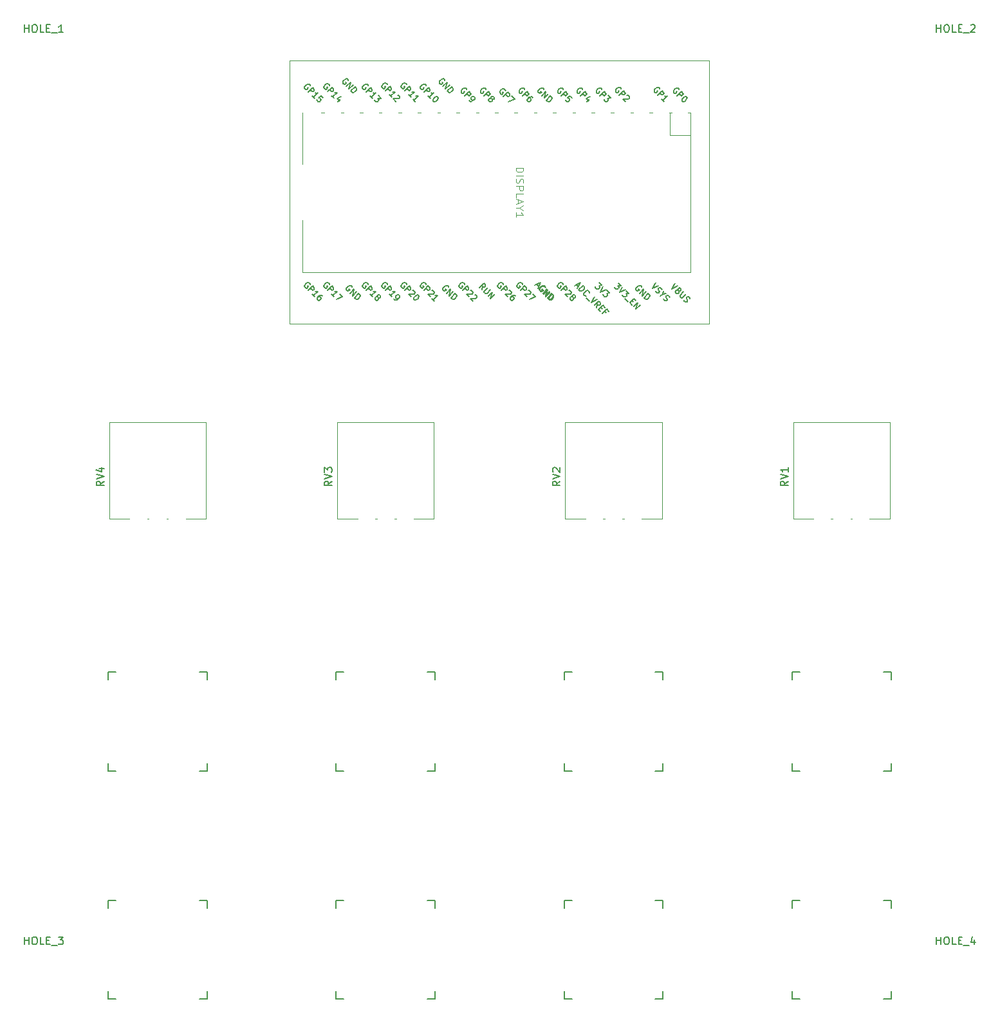
<source format=gbr>
%TF.GenerationSoftware,KiCad,Pcbnew,9.0.1*%
%TF.CreationDate,2025-04-30T14:28:43+02:00*%
%TF.ProjectId,Controller,436f6e74-726f-46c6-9c65-722e6b696361,rev?*%
%TF.SameCoordinates,Original*%
%TF.FileFunction,Legend,Top*%
%TF.FilePolarity,Positive*%
%FSLAX46Y46*%
G04 Gerber Fmt 4.6, Leading zero omitted, Abs format (unit mm)*
G04 Created by KiCad (PCBNEW 9.0.1) date 2025-04-30 14:28:43*
%MOMM*%
%LPD*%
G01*
G04 APERTURE LIST*
%ADD10C,0.100000*%
%ADD11C,0.150000*%
%ADD12C,0.120000*%
%ADD13C,0.140000*%
G04 APERTURE END LIST*
D10*
X86892580Y-33925714D02*
X87892580Y-33925714D01*
X87892580Y-33925714D02*
X87892580Y-34163809D01*
X87892580Y-34163809D02*
X87844961Y-34306666D01*
X87844961Y-34306666D02*
X87749723Y-34401904D01*
X87749723Y-34401904D02*
X87654485Y-34449523D01*
X87654485Y-34449523D02*
X87464009Y-34497142D01*
X87464009Y-34497142D02*
X87321152Y-34497142D01*
X87321152Y-34497142D02*
X87130676Y-34449523D01*
X87130676Y-34449523D02*
X87035438Y-34401904D01*
X87035438Y-34401904D02*
X86940200Y-34306666D01*
X86940200Y-34306666D02*
X86892580Y-34163809D01*
X86892580Y-34163809D02*
X86892580Y-33925714D01*
X86892580Y-34925714D02*
X87892580Y-34925714D01*
X86940200Y-35354285D02*
X86892580Y-35497142D01*
X86892580Y-35497142D02*
X86892580Y-35735237D01*
X86892580Y-35735237D02*
X86940200Y-35830475D01*
X86940200Y-35830475D02*
X86987819Y-35878094D01*
X86987819Y-35878094D02*
X87083057Y-35925713D01*
X87083057Y-35925713D02*
X87178295Y-35925713D01*
X87178295Y-35925713D02*
X87273533Y-35878094D01*
X87273533Y-35878094D02*
X87321152Y-35830475D01*
X87321152Y-35830475D02*
X87368771Y-35735237D01*
X87368771Y-35735237D02*
X87416390Y-35544761D01*
X87416390Y-35544761D02*
X87464009Y-35449523D01*
X87464009Y-35449523D02*
X87511628Y-35401904D01*
X87511628Y-35401904D02*
X87606866Y-35354285D01*
X87606866Y-35354285D02*
X87702104Y-35354285D01*
X87702104Y-35354285D02*
X87797342Y-35401904D01*
X87797342Y-35401904D02*
X87844961Y-35449523D01*
X87844961Y-35449523D02*
X87892580Y-35544761D01*
X87892580Y-35544761D02*
X87892580Y-35782856D01*
X87892580Y-35782856D02*
X87844961Y-35925713D01*
X86892580Y-36354285D02*
X87892580Y-36354285D01*
X87892580Y-36354285D02*
X87892580Y-36735237D01*
X87892580Y-36735237D02*
X87844961Y-36830475D01*
X87844961Y-36830475D02*
X87797342Y-36878094D01*
X87797342Y-36878094D02*
X87702104Y-36925713D01*
X87702104Y-36925713D02*
X87559247Y-36925713D01*
X87559247Y-36925713D02*
X87464009Y-36878094D01*
X87464009Y-36878094D02*
X87416390Y-36830475D01*
X87416390Y-36830475D02*
X87368771Y-36735237D01*
X87368771Y-36735237D02*
X87368771Y-36354285D01*
X86892580Y-37830475D02*
X86892580Y-37354285D01*
X86892580Y-37354285D02*
X87892580Y-37354285D01*
X87178295Y-38116190D02*
X87178295Y-38592380D01*
X86892580Y-38020952D02*
X87892580Y-38354285D01*
X87892580Y-38354285D02*
X86892580Y-38687618D01*
X87368771Y-39211428D02*
X86892580Y-39211428D01*
X87892580Y-38878095D02*
X87368771Y-39211428D01*
X87368771Y-39211428D02*
X87892580Y-39544761D01*
X86892580Y-40401904D02*
X86892580Y-39830476D01*
X86892580Y-40116190D02*
X87892580Y-40116190D01*
X87892580Y-40116190D02*
X87749723Y-40020952D01*
X87749723Y-40020952D02*
X87654485Y-39925714D01*
X87654485Y-39925714D02*
X87606866Y-39830476D01*
D11*
X85229131Y-49237998D02*
X85202194Y-49157185D01*
X85202194Y-49157185D02*
X85121381Y-49076373D01*
X85121381Y-49076373D02*
X85013632Y-49022498D01*
X85013632Y-49022498D02*
X84905882Y-49022498D01*
X84905882Y-49022498D02*
X84825070Y-49049436D01*
X84825070Y-49049436D02*
X84690383Y-49130248D01*
X84690383Y-49130248D02*
X84609571Y-49211060D01*
X84609571Y-49211060D02*
X84528758Y-49345747D01*
X84528758Y-49345747D02*
X84501821Y-49426560D01*
X84501821Y-49426560D02*
X84501821Y-49534309D01*
X84501821Y-49534309D02*
X84555696Y-49642059D01*
X84555696Y-49642059D02*
X84609571Y-49695934D01*
X84609571Y-49695934D02*
X84717320Y-49749808D01*
X84717320Y-49749808D02*
X84771195Y-49749808D01*
X84771195Y-49749808D02*
X84959757Y-49561247D01*
X84959757Y-49561247D02*
X84852007Y-49453497D01*
X84959757Y-50046120D02*
X85525442Y-49480434D01*
X85525442Y-49480434D02*
X85740942Y-49695934D01*
X85740942Y-49695934D02*
X85767879Y-49776746D01*
X85767879Y-49776746D02*
X85767879Y-49830621D01*
X85767879Y-49830621D02*
X85740942Y-49911433D01*
X85740942Y-49911433D02*
X85660129Y-49992245D01*
X85660129Y-49992245D02*
X85579317Y-50019182D01*
X85579317Y-50019182D02*
X85525442Y-50019182D01*
X85525442Y-50019182D02*
X85444630Y-49992245D01*
X85444630Y-49992245D02*
X85229131Y-49776746D01*
X86010316Y-50073057D02*
X86064190Y-50073057D01*
X86064190Y-50073057D02*
X86145003Y-50099995D01*
X86145003Y-50099995D02*
X86279690Y-50234682D01*
X86279690Y-50234682D02*
X86306627Y-50315494D01*
X86306627Y-50315494D02*
X86306627Y-50369369D01*
X86306627Y-50369369D02*
X86279690Y-50450181D01*
X86279690Y-50450181D02*
X86225815Y-50504056D01*
X86225815Y-50504056D02*
X86118065Y-50557930D01*
X86118065Y-50557930D02*
X85471568Y-50557930D01*
X85471568Y-50557930D02*
X85821754Y-50908117D01*
X86872313Y-50827305D02*
X86764563Y-50719555D01*
X86764563Y-50719555D02*
X86683751Y-50692618D01*
X86683751Y-50692618D02*
X86629876Y-50692618D01*
X86629876Y-50692618D02*
X86495189Y-50719555D01*
X86495189Y-50719555D02*
X86360502Y-50800367D01*
X86360502Y-50800367D02*
X86145003Y-51015866D01*
X86145003Y-51015866D02*
X86118065Y-51096679D01*
X86118065Y-51096679D02*
X86118065Y-51150553D01*
X86118065Y-51150553D02*
X86145003Y-51231366D01*
X86145003Y-51231366D02*
X86252752Y-51339115D01*
X86252752Y-51339115D02*
X86333565Y-51366053D01*
X86333565Y-51366053D02*
X86387439Y-51366053D01*
X86387439Y-51366053D02*
X86468252Y-51339115D01*
X86468252Y-51339115D02*
X86602939Y-51204428D01*
X86602939Y-51204428D02*
X86629876Y-51123616D01*
X86629876Y-51123616D02*
X86629876Y-51069741D01*
X86629876Y-51069741D02*
X86602939Y-50988929D01*
X86602939Y-50988929D02*
X86495189Y-50881179D01*
X86495189Y-50881179D02*
X86414377Y-50854242D01*
X86414377Y-50854242D02*
X86360502Y-50854242D01*
X86360502Y-50854242D02*
X86279690Y-50881179D01*
X90551568Y-23626435D02*
X90524631Y-23545623D01*
X90524631Y-23545623D02*
X90443819Y-23464811D01*
X90443819Y-23464811D02*
X90336069Y-23410936D01*
X90336069Y-23410936D02*
X90228319Y-23410936D01*
X90228319Y-23410936D02*
X90147507Y-23437873D01*
X90147507Y-23437873D02*
X90012820Y-23518685D01*
X90012820Y-23518685D02*
X89932008Y-23599498D01*
X89932008Y-23599498D02*
X89851196Y-23734185D01*
X89851196Y-23734185D02*
X89824258Y-23814997D01*
X89824258Y-23814997D02*
X89824258Y-23922746D01*
X89824258Y-23922746D02*
X89878133Y-24030496D01*
X89878133Y-24030496D02*
X89932008Y-24084371D01*
X89932008Y-24084371D02*
X90039758Y-24138246D01*
X90039758Y-24138246D02*
X90093632Y-24138246D01*
X90093632Y-24138246D02*
X90282194Y-23949684D01*
X90282194Y-23949684D02*
X90174445Y-23841934D01*
X90282194Y-24434557D02*
X90847880Y-23868872D01*
X90847880Y-23868872D02*
X90605443Y-24757806D01*
X90605443Y-24757806D02*
X91171128Y-24192120D01*
X90874817Y-25027180D02*
X91440502Y-24461494D01*
X91440502Y-24461494D02*
X91575189Y-24596181D01*
X91575189Y-24596181D02*
X91629064Y-24703931D01*
X91629064Y-24703931D02*
X91629064Y-24811680D01*
X91629064Y-24811680D02*
X91602127Y-24892493D01*
X91602127Y-24892493D02*
X91521314Y-25027180D01*
X91521314Y-25027180D02*
X91440502Y-25107992D01*
X91440502Y-25107992D02*
X91305815Y-25188804D01*
X91305815Y-25188804D02*
X91225003Y-25215741D01*
X91225003Y-25215741D02*
X91117253Y-25215741D01*
X91117253Y-25215741D02*
X91009504Y-25161867D01*
X91009504Y-25161867D02*
X90874817Y-25027180D01*
X107822414Y-49093406D02*
X107445290Y-49847653D01*
X107445290Y-49847653D02*
X108199537Y-49470529D01*
X108307287Y-50117027D02*
X108361161Y-50224776D01*
X108361161Y-50224776D02*
X108361161Y-50278651D01*
X108361161Y-50278651D02*
X108334224Y-50359463D01*
X108334224Y-50359463D02*
X108253412Y-50440276D01*
X108253412Y-50440276D02*
X108172600Y-50467213D01*
X108172600Y-50467213D02*
X108118725Y-50467213D01*
X108118725Y-50467213D02*
X108037913Y-50440276D01*
X108037913Y-50440276D02*
X107822413Y-50224776D01*
X107822413Y-50224776D02*
X108388099Y-49659091D01*
X108388099Y-49659091D02*
X108576661Y-49847653D01*
X108576661Y-49847653D02*
X108603598Y-49928465D01*
X108603598Y-49928465D02*
X108603598Y-49982340D01*
X108603598Y-49982340D02*
X108576661Y-50063152D01*
X108576661Y-50063152D02*
X108522786Y-50117027D01*
X108522786Y-50117027D02*
X108441974Y-50143964D01*
X108441974Y-50143964D02*
X108388099Y-50143964D01*
X108388099Y-50143964D02*
X108307287Y-50117027D01*
X108307287Y-50117027D02*
X108118725Y-49928465D01*
X108953784Y-50224776D02*
X108495848Y-50682712D01*
X108495848Y-50682712D02*
X108468911Y-50763524D01*
X108468911Y-50763524D02*
X108468911Y-50817399D01*
X108468911Y-50817399D02*
X108495848Y-50898211D01*
X108495848Y-50898211D02*
X108603598Y-51005961D01*
X108603598Y-51005961D02*
X108684410Y-51032898D01*
X108684410Y-51032898D02*
X108738285Y-51032898D01*
X108738285Y-51032898D02*
X108819097Y-51005961D01*
X108819097Y-51005961D02*
X109277033Y-50548025D01*
X108980722Y-51329210D02*
X109034596Y-51436959D01*
X109034596Y-51436959D02*
X109169283Y-51571646D01*
X109169283Y-51571646D02*
X109250096Y-51598584D01*
X109250096Y-51598584D02*
X109303970Y-51598584D01*
X109303970Y-51598584D02*
X109384783Y-51571646D01*
X109384783Y-51571646D02*
X109438657Y-51517771D01*
X109438657Y-51517771D02*
X109465595Y-51436959D01*
X109465595Y-51436959D02*
X109465595Y-51383084D01*
X109465595Y-51383084D02*
X109438657Y-51302272D01*
X109438657Y-51302272D02*
X109357845Y-51167585D01*
X109357845Y-51167585D02*
X109330908Y-51086773D01*
X109330908Y-51086773D02*
X109330908Y-51032898D01*
X109330908Y-51032898D02*
X109357845Y-50952086D01*
X109357845Y-50952086D02*
X109411720Y-50898211D01*
X109411720Y-50898211D02*
X109492532Y-50871274D01*
X109492532Y-50871274D02*
X109546407Y-50871274D01*
X109546407Y-50871274D02*
X109627219Y-50898211D01*
X109627219Y-50898211D02*
X109761906Y-51032898D01*
X109761906Y-51032898D02*
X109815781Y-51140648D01*
X72529131Y-22983998D02*
X72502194Y-22903185D01*
X72502194Y-22903185D02*
X72421381Y-22822373D01*
X72421381Y-22822373D02*
X72313632Y-22768498D01*
X72313632Y-22768498D02*
X72205882Y-22768498D01*
X72205882Y-22768498D02*
X72125070Y-22795436D01*
X72125070Y-22795436D02*
X71990383Y-22876248D01*
X71990383Y-22876248D02*
X71909571Y-22957060D01*
X71909571Y-22957060D02*
X71828758Y-23091747D01*
X71828758Y-23091747D02*
X71801821Y-23172560D01*
X71801821Y-23172560D02*
X71801821Y-23280309D01*
X71801821Y-23280309D02*
X71855696Y-23388059D01*
X71855696Y-23388059D02*
X71909571Y-23441934D01*
X71909571Y-23441934D02*
X72017320Y-23495808D01*
X72017320Y-23495808D02*
X72071195Y-23495808D01*
X72071195Y-23495808D02*
X72259757Y-23307247D01*
X72259757Y-23307247D02*
X72152007Y-23199497D01*
X72259757Y-23792120D02*
X72825442Y-23226434D01*
X72825442Y-23226434D02*
X73040942Y-23441934D01*
X73040942Y-23441934D02*
X73067879Y-23522746D01*
X73067879Y-23522746D02*
X73067879Y-23576621D01*
X73067879Y-23576621D02*
X73040942Y-23657433D01*
X73040942Y-23657433D02*
X72960129Y-23738245D01*
X72960129Y-23738245D02*
X72879317Y-23765182D01*
X72879317Y-23765182D02*
X72825442Y-23765182D01*
X72825442Y-23765182D02*
X72744630Y-23738245D01*
X72744630Y-23738245D02*
X72529131Y-23522746D01*
X73121754Y-24654117D02*
X72798505Y-24330868D01*
X72960129Y-24492492D02*
X73525815Y-23926807D01*
X73525815Y-23926807D02*
X73391128Y-23953744D01*
X73391128Y-23953744D02*
X73283378Y-23953744D01*
X73283378Y-23953744D02*
X73202566Y-23926807D01*
X73660502Y-25192865D02*
X73337253Y-24869616D01*
X73498878Y-25031240D02*
X74064563Y-24465555D01*
X74064563Y-24465555D02*
X73929876Y-24492492D01*
X73929876Y-24492492D02*
X73822126Y-24492492D01*
X73822126Y-24492492D02*
X73741314Y-24465555D01*
X100391415Y-49062407D02*
X100741601Y-49412593D01*
X100741601Y-49412593D02*
X100337540Y-49439531D01*
X100337540Y-49439531D02*
X100418353Y-49520343D01*
X100418353Y-49520343D02*
X100445290Y-49601155D01*
X100445290Y-49601155D02*
X100445290Y-49655030D01*
X100445290Y-49655030D02*
X100418353Y-49735842D01*
X100418353Y-49735842D02*
X100283666Y-49870529D01*
X100283666Y-49870529D02*
X100202853Y-49897467D01*
X100202853Y-49897467D02*
X100148979Y-49897467D01*
X100148979Y-49897467D02*
X100068166Y-49870529D01*
X100068166Y-49870529D02*
X99906542Y-49708905D01*
X99906542Y-49708905D02*
X99879605Y-49628093D01*
X99879605Y-49628093D02*
X99879605Y-49574218D01*
X100903226Y-49574218D02*
X100526102Y-50328465D01*
X100526102Y-50328465D02*
X101280350Y-49951342D01*
X101415036Y-50086028D02*
X101765223Y-50436215D01*
X101765223Y-50436215D02*
X101361162Y-50463152D01*
X101361162Y-50463152D02*
X101441974Y-50543964D01*
X101441974Y-50543964D02*
X101468911Y-50624776D01*
X101468911Y-50624776D02*
X101468911Y-50678651D01*
X101468911Y-50678651D02*
X101441974Y-50759464D01*
X101441974Y-50759464D02*
X101307287Y-50894151D01*
X101307287Y-50894151D02*
X101226475Y-50921088D01*
X101226475Y-50921088D02*
X101172600Y-50921088D01*
X101172600Y-50921088D02*
X101091788Y-50894151D01*
X101091788Y-50894151D02*
X100930163Y-50732526D01*
X100930163Y-50732526D02*
X100903226Y-50651714D01*
X100903226Y-50651714D02*
X100903226Y-50597839D01*
X101253412Y-51163525D02*
X101684411Y-51594523D01*
X102169284Y-51379024D02*
X102357846Y-51567586D01*
X102142347Y-51944709D02*
X101872973Y-51675335D01*
X101872973Y-51675335D02*
X102438658Y-51109650D01*
X102438658Y-51109650D02*
X102708032Y-51379024D01*
X102384784Y-52187146D02*
X102950469Y-51621461D01*
X102950469Y-51621461D02*
X102708032Y-52510395D01*
X102708032Y-52510395D02*
X103273718Y-51944710D01*
X97859131Y-49030123D02*
X98209317Y-49380309D01*
X98209317Y-49380309D02*
X97805256Y-49407247D01*
X97805256Y-49407247D02*
X97886068Y-49488059D01*
X97886068Y-49488059D02*
X97913006Y-49568871D01*
X97913006Y-49568871D02*
X97913006Y-49622746D01*
X97913006Y-49622746D02*
X97886068Y-49703558D01*
X97886068Y-49703558D02*
X97751381Y-49838245D01*
X97751381Y-49838245D02*
X97670569Y-49865182D01*
X97670569Y-49865182D02*
X97616694Y-49865182D01*
X97616694Y-49865182D02*
X97535882Y-49838245D01*
X97535882Y-49838245D02*
X97374258Y-49676621D01*
X97374258Y-49676621D02*
X97347320Y-49595808D01*
X97347320Y-49595808D02*
X97347320Y-49541934D01*
X98370942Y-49541934D02*
X97993818Y-50296181D01*
X97993818Y-50296181D02*
X98748065Y-49919057D01*
X98882752Y-50053744D02*
X99232938Y-50403930D01*
X99232938Y-50403930D02*
X98828877Y-50430868D01*
X98828877Y-50430868D02*
X98909690Y-50511680D01*
X98909690Y-50511680D02*
X98936627Y-50592492D01*
X98936627Y-50592492D02*
X98936627Y-50646367D01*
X98936627Y-50646367D02*
X98909690Y-50727179D01*
X98909690Y-50727179D02*
X98775003Y-50861866D01*
X98775003Y-50861866D02*
X98694190Y-50888804D01*
X98694190Y-50888804D02*
X98640316Y-50888804D01*
X98640316Y-50888804D02*
X98559503Y-50861866D01*
X98559503Y-50861866D02*
X98397879Y-50700242D01*
X98397879Y-50700242D02*
X98370942Y-50619430D01*
X98370942Y-50619430D02*
X98370942Y-50565555D01*
X100738505Y-23553372D02*
X100711568Y-23472560D01*
X100711568Y-23472560D02*
X100630756Y-23391748D01*
X100630756Y-23391748D02*
X100523006Y-23337873D01*
X100523006Y-23337873D02*
X100415257Y-23337873D01*
X100415257Y-23337873D02*
X100334444Y-23364810D01*
X100334444Y-23364810D02*
X100199757Y-23445623D01*
X100199757Y-23445623D02*
X100118945Y-23526435D01*
X100118945Y-23526435D02*
X100038133Y-23661122D01*
X100038133Y-23661122D02*
X100011196Y-23741934D01*
X100011196Y-23741934D02*
X100011196Y-23849684D01*
X100011196Y-23849684D02*
X100065070Y-23957433D01*
X100065070Y-23957433D02*
X100118945Y-24011308D01*
X100118945Y-24011308D02*
X100226695Y-24065183D01*
X100226695Y-24065183D02*
X100280570Y-24065183D01*
X100280570Y-24065183D02*
X100469131Y-23876621D01*
X100469131Y-23876621D02*
X100361382Y-23768871D01*
X100469131Y-24361494D02*
X101034817Y-23795809D01*
X101034817Y-23795809D02*
X101250316Y-24011308D01*
X101250316Y-24011308D02*
X101277253Y-24092120D01*
X101277253Y-24092120D02*
X101277253Y-24145995D01*
X101277253Y-24145995D02*
X101250316Y-24226807D01*
X101250316Y-24226807D02*
X101169504Y-24307619D01*
X101169504Y-24307619D02*
X101088692Y-24334557D01*
X101088692Y-24334557D02*
X101034817Y-24334557D01*
X101034817Y-24334557D02*
X100954005Y-24307619D01*
X100954005Y-24307619D02*
X100738505Y-24092120D01*
X101519690Y-24388432D02*
X101573565Y-24388432D01*
X101573565Y-24388432D02*
X101654377Y-24415369D01*
X101654377Y-24415369D02*
X101789064Y-24550056D01*
X101789064Y-24550056D02*
X101816001Y-24630868D01*
X101816001Y-24630868D02*
X101816001Y-24684743D01*
X101816001Y-24684743D02*
X101789064Y-24765555D01*
X101789064Y-24765555D02*
X101735189Y-24819430D01*
X101735189Y-24819430D02*
X101627440Y-24873305D01*
X101627440Y-24873305D02*
X100980942Y-24873305D01*
X100980942Y-24873305D02*
X101331128Y-25223491D01*
X80418505Y-23653372D02*
X80391568Y-23572560D01*
X80391568Y-23572560D02*
X80310756Y-23491748D01*
X80310756Y-23491748D02*
X80203006Y-23437873D01*
X80203006Y-23437873D02*
X80095257Y-23437873D01*
X80095257Y-23437873D02*
X80014444Y-23464810D01*
X80014444Y-23464810D02*
X79879757Y-23545623D01*
X79879757Y-23545623D02*
X79798945Y-23626435D01*
X79798945Y-23626435D02*
X79718133Y-23761122D01*
X79718133Y-23761122D02*
X79691196Y-23841934D01*
X79691196Y-23841934D02*
X79691196Y-23949684D01*
X79691196Y-23949684D02*
X79745070Y-24057433D01*
X79745070Y-24057433D02*
X79798945Y-24111308D01*
X79798945Y-24111308D02*
X79906695Y-24165183D01*
X79906695Y-24165183D02*
X79960570Y-24165183D01*
X79960570Y-24165183D02*
X80149131Y-23976621D01*
X80149131Y-23976621D02*
X80041382Y-23868871D01*
X80149131Y-24461494D02*
X80714817Y-23895809D01*
X80714817Y-23895809D02*
X80930316Y-24111308D01*
X80930316Y-24111308D02*
X80957253Y-24192120D01*
X80957253Y-24192120D02*
X80957253Y-24245995D01*
X80957253Y-24245995D02*
X80930316Y-24326807D01*
X80930316Y-24326807D02*
X80849504Y-24407619D01*
X80849504Y-24407619D02*
X80768692Y-24434557D01*
X80768692Y-24434557D02*
X80714817Y-24434557D01*
X80714817Y-24434557D02*
X80634005Y-24407619D01*
X80634005Y-24407619D02*
X80418505Y-24192120D01*
X80741754Y-25054117D02*
X80849504Y-25161867D01*
X80849504Y-25161867D02*
X80930316Y-25188804D01*
X80930316Y-25188804D02*
X80984191Y-25188804D01*
X80984191Y-25188804D02*
X81118878Y-25161867D01*
X81118878Y-25161867D02*
X81253565Y-25081054D01*
X81253565Y-25081054D02*
X81469064Y-24865555D01*
X81469064Y-24865555D02*
X81496001Y-24784743D01*
X81496001Y-24784743D02*
X81496001Y-24730868D01*
X81496001Y-24730868D02*
X81469064Y-24650056D01*
X81469064Y-24650056D02*
X81361314Y-24542306D01*
X81361314Y-24542306D02*
X81280502Y-24515369D01*
X81280502Y-24515369D02*
X81226627Y-24515369D01*
X81226627Y-24515369D02*
X81145815Y-24542306D01*
X81145815Y-24542306D02*
X81011128Y-24676993D01*
X81011128Y-24676993D02*
X80984191Y-24757806D01*
X80984191Y-24757806D02*
X80984191Y-24811680D01*
X80984191Y-24811680D02*
X81011128Y-24892493D01*
X81011128Y-24892493D02*
X81118878Y-25000242D01*
X81118878Y-25000242D02*
X81199690Y-25027180D01*
X81199690Y-25027180D02*
X81253565Y-25027180D01*
X81253565Y-25027180D02*
X81334377Y-25000242D01*
X67449131Y-49237998D02*
X67422194Y-49157185D01*
X67422194Y-49157185D02*
X67341381Y-49076373D01*
X67341381Y-49076373D02*
X67233632Y-49022498D01*
X67233632Y-49022498D02*
X67125882Y-49022498D01*
X67125882Y-49022498D02*
X67045070Y-49049436D01*
X67045070Y-49049436D02*
X66910383Y-49130248D01*
X66910383Y-49130248D02*
X66829571Y-49211060D01*
X66829571Y-49211060D02*
X66748758Y-49345747D01*
X66748758Y-49345747D02*
X66721821Y-49426560D01*
X66721821Y-49426560D02*
X66721821Y-49534309D01*
X66721821Y-49534309D02*
X66775696Y-49642059D01*
X66775696Y-49642059D02*
X66829571Y-49695934D01*
X66829571Y-49695934D02*
X66937320Y-49749808D01*
X66937320Y-49749808D02*
X66991195Y-49749808D01*
X66991195Y-49749808D02*
X67179757Y-49561247D01*
X67179757Y-49561247D02*
X67072007Y-49453497D01*
X67179757Y-50046120D02*
X67745442Y-49480434D01*
X67745442Y-49480434D02*
X67960942Y-49695934D01*
X67960942Y-49695934D02*
X67987879Y-49776746D01*
X67987879Y-49776746D02*
X67987879Y-49830621D01*
X67987879Y-49830621D02*
X67960942Y-49911433D01*
X67960942Y-49911433D02*
X67880129Y-49992245D01*
X67880129Y-49992245D02*
X67799317Y-50019182D01*
X67799317Y-50019182D02*
X67745442Y-50019182D01*
X67745442Y-50019182D02*
X67664630Y-49992245D01*
X67664630Y-49992245D02*
X67449131Y-49776746D01*
X68041754Y-50908117D02*
X67718505Y-50584868D01*
X67880129Y-50746492D02*
X68445815Y-50180807D01*
X68445815Y-50180807D02*
X68311128Y-50207744D01*
X68311128Y-50207744D02*
X68203378Y-50207744D01*
X68203378Y-50207744D02*
X68122566Y-50180807D01*
X68688252Y-50908117D02*
X68661314Y-50827305D01*
X68661314Y-50827305D02*
X68661314Y-50773430D01*
X68661314Y-50773430D02*
X68688252Y-50692618D01*
X68688252Y-50692618D02*
X68715189Y-50665680D01*
X68715189Y-50665680D02*
X68796001Y-50638743D01*
X68796001Y-50638743D02*
X68849876Y-50638743D01*
X68849876Y-50638743D02*
X68930688Y-50665680D01*
X68930688Y-50665680D02*
X69038438Y-50773430D01*
X69038438Y-50773430D02*
X69065375Y-50854242D01*
X69065375Y-50854242D02*
X69065375Y-50908117D01*
X69065375Y-50908117D02*
X69038438Y-50988929D01*
X69038438Y-50988929D02*
X69011500Y-51015866D01*
X69011500Y-51015866D02*
X68930688Y-51042804D01*
X68930688Y-51042804D02*
X68876813Y-51042804D01*
X68876813Y-51042804D02*
X68796001Y-51015866D01*
X68796001Y-51015866D02*
X68688252Y-50908117D01*
X68688252Y-50908117D02*
X68607439Y-50881179D01*
X68607439Y-50881179D02*
X68553565Y-50881179D01*
X68553565Y-50881179D02*
X68472752Y-50908117D01*
X68472752Y-50908117D02*
X68365003Y-51015866D01*
X68365003Y-51015866D02*
X68338065Y-51096679D01*
X68338065Y-51096679D02*
X68338065Y-51150553D01*
X68338065Y-51150553D02*
X68365003Y-51231366D01*
X68365003Y-51231366D02*
X68472752Y-51339115D01*
X68472752Y-51339115D02*
X68553565Y-51366053D01*
X68553565Y-51366053D02*
X68607439Y-51366053D01*
X68607439Y-51366053D02*
X68688252Y-51339115D01*
X68688252Y-51339115D02*
X68796001Y-51231366D01*
X68796001Y-51231366D02*
X68822939Y-51150553D01*
X68822939Y-51150553D02*
X68822939Y-51096679D01*
X68822939Y-51096679D02*
X68796001Y-51015866D01*
X65321568Y-49626435D02*
X65294631Y-49545623D01*
X65294631Y-49545623D02*
X65213819Y-49464811D01*
X65213819Y-49464811D02*
X65106069Y-49410936D01*
X65106069Y-49410936D02*
X64998319Y-49410936D01*
X64998319Y-49410936D02*
X64917507Y-49437873D01*
X64917507Y-49437873D02*
X64782820Y-49518685D01*
X64782820Y-49518685D02*
X64702008Y-49599498D01*
X64702008Y-49599498D02*
X64621196Y-49734185D01*
X64621196Y-49734185D02*
X64594258Y-49814997D01*
X64594258Y-49814997D02*
X64594258Y-49922746D01*
X64594258Y-49922746D02*
X64648133Y-50030496D01*
X64648133Y-50030496D02*
X64702008Y-50084371D01*
X64702008Y-50084371D02*
X64809758Y-50138246D01*
X64809758Y-50138246D02*
X64863632Y-50138246D01*
X64863632Y-50138246D02*
X65052194Y-49949684D01*
X65052194Y-49949684D02*
X64944445Y-49841934D01*
X65052194Y-50434557D02*
X65617880Y-49868872D01*
X65617880Y-49868872D02*
X65375443Y-50757806D01*
X65375443Y-50757806D02*
X65941128Y-50192120D01*
X65644817Y-51027180D02*
X66210502Y-50461494D01*
X66210502Y-50461494D02*
X66345189Y-50596181D01*
X66345189Y-50596181D02*
X66399064Y-50703931D01*
X66399064Y-50703931D02*
X66399064Y-50811680D01*
X66399064Y-50811680D02*
X66372127Y-50892493D01*
X66372127Y-50892493D02*
X66291314Y-51027180D01*
X66291314Y-51027180D02*
X66210502Y-51107992D01*
X66210502Y-51107992D02*
X66075815Y-51188804D01*
X66075815Y-51188804D02*
X65995003Y-51215741D01*
X65995003Y-51215741D02*
X65887253Y-51215741D01*
X65887253Y-51215741D02*
X65779504Y-51161867D01*
X65779504Y-51161867D02*
X65644817Y-51027180D01*
X75059131Y-49237998D02*
X75032194Y-49157185D01*
X75032194Y-49157185D02*
X74951381Y-49076373D01*
X74951381Y-49076373D02*
X74843632Y-49022498D01*
X74843632Y-49022498D02*
X74735882Y-49022498D01*
X74735882Y-49022498D02*
X74655070Y-49049436D01*
X74655070Y-49049436D02*
X74520383Y-49130248D01*
X74520383Y-49130248D02*
X74439571Y-49211060D01*
X74439571Y-49211060D02*
X74358758Y-49345747D01*
X74358758Y-49345747D02*
X74331821Y-49426560D01*
X74331821Y-49426560D02*
X74331821Y-49534309D01*
X74331821Y-49534309D02*
X74385696Y-49642059D01*
X74385696Y-49642059D02*
X74439571Y-49695934D01*
X74439571Y-49695934D02*
X74547320Y-49749808D01*
X74547320Y-49749808D02*
X74601195Y-49749808D01*
X74601195Y-49749808D02*
X74789757Y-49561247D01*
X74789757Y-49561247D02*
X74682007Y-49453497D01*
X74789757Y-50046120D02*
X75355442Y-49480434D01*
X75355442Y-49480434D02*
X75570942Y-49695934D01*
X75570942Y-49695934D02*
X75597879Y-49776746D01*
X75597879Y-49776746D02*
X75597879Y-49830621D01*
X75597879Y-49830621D02*
X75570942Y-49911433D01*
X75570942Y-49911433D02*
X75490129Y-49992245D01*
X75490129Y-49992245D02*
X75409317Y-50019182D01*
X75409317Y-50019182D02*
X75355442Y-50019182D01*
X75355442Y-50019182D02*
X75274630Y-49992245D01*
X75274630Y-49992245D02*
X75059131Y-49776746D01*
X75840316Y-50073057D02*
X75894190Y-50073057D01*
X75894190Y-50073057D02*
X75975003Y-50099995D01*
X75975003Y-50099995D02*
X76109690Y-50234682D01*
X76109690Y-50234682D02*
X76136627Y-50315494D01*
X76136627Y-50315494D02*
X76136627Y-50369369D01*
X76136627Y-50369369D02*
X76109690Y-50450181D01*
X76109690Y-50450181D02*
X76055815Y-50504056D01*
X76055815Y-50504056D02*
X75948065Y-50557930D01*
X75948065Y-50557930D02*
X75301568Y-50557930D01*
X75301568Y-50557930D02*
X75651754Y-50908117D01*
X76190502Y-51446865D02*
X75867253Y-51123616D01*
X76028878Y-51285240D02*
X76594563Y-50719555D01*
X76594563Y-50719555D02*
X76459876Y-50746492D01*
X76459876Y-50746492D02*
X76352126Y-50746492D01*
X76352126Y-50746492D02*
X76271314Y-50719555D01*
X88038505Y-23653372D02*
X88011568Y-23572560D01*
X88011568Y-23572560D02*
X87930756Y-23491748D01*
X87930756Y-23491748D02*
X87823006Y-23437873D01*
X87823006Y-23437873D02*
X87715257Y-23437873D01*
X87715257Y-23437873D02*
X87634444Y-23464810D01*
X87634444Y-23464810D02*
X87499757Y-23545623D01*
X87499757Y-23545623D02*
X87418945Y-23626435D01*
X87418945Y-23626435D02*
X87338133Y-23761122D01*
X87338133Y-23761122D02*
X87311196Y-23841934D01*
X87311196Y-23841934D02*
X87311196Y-23949684D01*
X87311196Y-23949684D02*
X87365070Y-24057433D01*
X87365070Y-24057433D02*
X87418945Y-24111308D01*
X87418945Y-24111308D02*
X87526695Y-24165183D01*
X87526695Y-24165183D02*
X87580570Y-24165183D01*
X87580570Y-24165183D02*
X87769131Y-23976621D01*
X87769131Y-23976621D02*
X87661382Y-23868871D01*
X87769131Y-24461494D02*
X88334817Y-23895809D01*
X88334817Y-23895809D02*
X88550316Y-24111308D01*
X88550316Y-24111308D02*
X88577253Y-24192120D01*
X88577253Y-24192120D02*
X88577253Y-24245995D01*
X88577253Y-24245995D02*
X88550316Y-24326807D01*
X88550316Y-24326807D02*
X88469504Y-24407619D01*
X88469504Y-24407619D02*
X88388692Y-24434557D01*
X88388692Y-24434557D02*
X88334817Y-24434557D01*
X88334817Y-24434557D02*
X88254005Y-24407619D01*
X88254005Y-24407619D02*
X88038505Y-24192120D01*
X89142939Y-24703931D02*
X89035189Y-24596181D01*
X89035189Y-24596181D02*
X88954377Y-24569244D01*
X88954377Y-24569244D02*
X88900502Y-24569244D01*
X88900502Y-24569244D02*
X88765815Y-24596181D01*
X88765815Y-24596181D02*
X88631128Y-24676993D01*
X88631128Y-24676993D02*
X88415629Y-24892493D01*
X88415629Y-24892493D02*
X88388692Y-24973305D01*
X88388692Y-24973305D02*
X88388692Y-25027180D01*
X88388692Y-25027180D02*
X88415629Y-25107992D01*
X88415629Y-25107992D02*
X88523379Y-25215741D01*
X88523379Y-25215741D02*
X88604191Y-25242679D01*
X88604191Y-25242679D02*
X88658066Y-25242679D01*
X88658066Y-25242679D02*
X88738878Y-25215741D01*
X88738878Y-25215741D02*
X88873565Y-25081054D01*
X88873565Y-25081054D02*
X88900502Y-25000242D01*
X88900502Y-25000242D02*
X88900502Y-24946367D01*
X88900502Y-24946367D02*
X88873565Y-24865555D01*
X88873565Y-24865555D02*
X88765815Y-24757806D01*
X88765815Y-24757806D02*
X88685003Y-24730868D01*
X88685003Y-24730868D02*
X88631128Y-24730868D01*
X88631128Y-24730868D02*
X88550316Y-24757806D01*
X103421568Y-49626435D02*
X103394631Y-49545623D01*
X103394631Y-49545623D02*
X103313819Y-49464811D01*
X103313819Y-49464811D02*
X103206069Y-49410936D01*
X103206069Y-49410936D02*
X103098319Y-49410936D01*
X103098319Y-49410936D02*
X103017507Y-49437873D01*
X103017507Y-49437873D02*
X102882820Y-49518685D01*
X102882820Y-49518685D02*
X102802008Y-49599498D01*
X102802008Y-49599498D02*
X102721196Y-49734185D01*
X102721196Y-49734185D02*
X102694258Y-49814997D01*
X102694258Y-49814997D02*
X102694258Y-49922746D01*
X102694258Y-49922746D02*
X102748133Y-50030496D01*
X102748133Y-50030496D02*
X102802008Y-50084371D01*
X102802008Y-50084371D02*
X102909758Y-50138246D01*
X102909758Y-50138246D02*
X102963632Y-50138246D01*
X102963632Y-50138246D02*
X103152194Y-49949684D01*
X103152194Y-49949684D02*
X103044445Y-49841934D01*
X103152194Y-50434557D02*
X103717880Y-49868872D01*
X103717880Y-49868872D02*
X103475443Y-50757806D01*
X103475443Y-50757806D02*
X104041128Y-50192120D01*
X103744817Y-51027180D02*
X104310502Y-50461494D01*
X104310502Y-50461494D02*
X104445189Y-50596181D01*
X104445189Y-50596181D02*
X104499064Y-50703931D01*
X104499064Y-50703931D02*
X104499064Y-50811680D01*
X104499064Y-50811680D02*
X104472127Y-50892493D01*
X104472127Y-50892493D02*
X104391314Y-51027180D01*
X104391314Y-51027180D02*
X104310502Y-51107992D01*
X104310502Y-51107992D02*
X104175815Y-51188804D01*
X104175815Y-51188804D02*
X104095003Y-51215741D01*
X104095003Y-51215741D02*
X103987253Y-51215741D01*
X103987253Y-51215741D02*
X103879504Y-51161867D01*
X103879504Y-51161867D02*
X103744817Y-51027180D01*
X94815950Y-49295064D02*
X95085324Y-49564438D01*
X94600450Y-49402813D02*
X95354698Y-49025690D01*
X95354698Y-49025690D02*
X94977574Y-49779937D01*
X95166136Y-49968499D02*
X95731821Y-49402813D01*
X95731821Y-49402813D02*
X95866508Y-49537500D01*
X95866508Y-49537500D02*
X95920383Y-49645250D01*
X95920383Y-49645250D02*
X95920383Y-49752999D01*
X95920383Y-49752999D02*
X95893446Y-49833812D01*
X95893446Y-49833812D02*
X95812633Y-49968499D01*
X95812633Y-49968499D02*
X95731821Y-50049311D01*
X95731821Y-50049311D02*
X95597134Y-50130123D01*
X95597134Y-50130123D02*
X95516322Y-50157060D01*
X95516322Y-50157060D02*
X95408572Y-50157060D01*
X95408572Y-50157060D02*
X95300823Y-50103186D01*
X95300823Y-50103186D02*
X95166136Y-49968499D01*
X96108945Y-50803558D02*
X96055070Y-50803558D01*
X96055070Y-50803558D02*
X95947320Y-50749683D01*
X95947320Y-50749683D02*
X95893446Y-50695808D01*
X95893446Y-50695808D02*
X95839571Y-50588059D01*
X95839571Y-50588059D02*
X95839571Y-50480309D01*
X95839571Y-50480309D02*
X95866508Y-50399497D01*
X95866508Y-50399497D02*
X95947320Y-50264810D01*
X95947320Y-50264810D02*
X96028133Y-50183998D01*
X96028133Y-50183998D02*
X96162820Y-50103186D01*
X96162820Y-50103186D02*
X96243632Y-50076248D01*
X96243632Y-50076248D02*
X96351381Y-50076248D01*
X96351381Y-50076248D02*
X96459131Y-50130123D01*
X96459131Y-50130123D02*
X96513006Y-50183998D01*
X96513006Y-50183998D02*
X96566881Y-50291747D01*
X96566881Y-50291747D02*
X96566881Y-50345622D01*
X96108945Y-51019057D02*
X96539943Y-51450056D01*
X97213378Y-50884370D02*
X96836255Y-51638618D01*
X96836255Y-51638618D02*
X97590502Y-51261494D01*
X97536627Y-52338990D02*
X97617439Y-51881054D01*
X97213378Y-52015741D02*
X97779064Y-51450056D01*
X97779064Y-51450056D02*
X97994563Y-51665555D01*
X97994563Y-51665555D02*
X98021500Y-51746367D01*
X98021500Y-51746367D02*
X98021500Y-51800242D01*
X98021500Y-51800242D02*
X97994563Y-51881054D01*
X97994563Y-51881054D02*
X97913751Y-51961866D01*
X97913751Y-51961866D02*
X97832938Y-51988804D01*
X97832938Y-51988804D02*
X97779064Y-51988804D01*
X97779064Y-51988804D02*
X97698251Y-51961866D01*
X97698251Y-51961866D02*
X97482752Y-51746367D01*
X98075375Y-52285115D02*
X98263937Y-52473677D01*
X98048438Y-52850800D02*
X97779064Y-52581426D01*
X97779064Y-52581426D02*
X98344749Y-52015741D01*
X98344749Y-52015741D02*
X98614123Y-52285115D01*
X98775748Y-52985488D02*
X98587186Y-52796926D01*
X98290874Y-53093237D02*
X98856560Y-52527552D01*
X98856560Y-52527552D02*
X99125934Y-52796926D01*
X82406289Y-49978651D02*
X82487101Y-49520716D01*
X82083040Y-49655403D02*
X82648725Y-49089717D01*
X82648725Y-49089717D02*
X82864224Y-49305216D01*
X82864224Y-49305216D02*
X82891162Y-49386029D01*
X82891162Y-49386029D02*
X82891162Y-49439903D01*
X82891162Y-49439903D02*
X82864224Y-49520716D01*
X82864224Y-49520716D02*
X82783412Y-49601528D01*
X82783412Y-49601528D02*
X82702600Y-49628465D01*
X82702600Y-49628465D02*
X82648725Y-49628465D01*
X82648725Y-49628465D02*
X82567913Y-49601528D01*
X82567913Y-49601528D02*
X82352414Y-49386029D01*
X83214411Y-49655403D02*
X82756475Y-50113338D01*
X82756475Y-50113338D02*
X82729537Y-50194151D01*
X82729537Y-50194151D02*
X82729537Y-50248025D01*
X82729537Y-50248025D02*
X82756475Y-50328838D01*
X82756475Y-50328838D02*
X82864224Y-50436587D01*
X82864224Y-50436587D02*
X82945037Y-50463525D01*
X82945037Y-50463525D02*
X82998911Y-50463525D01*
X82998911Y-50463525D02*
X83079724Y-50436587D01*
X83079724Y-50436587D02*
X83537659Y-49978651D01*
X83241348Y-50813711D02*
X83807033Y-50248025D01*
X83807033Y-50248025D02*
X83564597Y-51136959D01*
X83564597Y-51136959D02*
X84130282Y-50571274D01*
X89608759Y-49291873D02*
X89878133Y-49561247D01*
X89393260Y-49399623D02*
X90147507Y-49022499D01*
X90147507Y-49022499D02*
X89770384Y-49776746D01*
X90794005Y-49722871D02*
X90767067Y-49642059D01*
X90767067Y-49642059D02*
X90686255Y-49561247D01*
X90686255Y-49561247D02*
X90578505Y-49507372D01*
X90578505Y-49507372D02*
X90470756Y-49507372D01*
X90470756Y-49507372D02*
X90389944Y-49534310D01*
X90389944Y-49534310D02*
X90255257Y-49615122D01*
X90255257Y-49615122D02*
X90174444Y-49695934D01*
X90174444Y-49695934D02*
X90093632Y-49830621D01*
X90093632Y-49830621D02*
X90066695Y-49911433D01*
X90066695Y-49911433D02*
X90066695Y-50019183D01*
X90066695Y-50019183D02*
X90120570Y-50126932D01*
X90120570Y-50126932D02*
X90174444Y-50180807D01*
X90174444Y-50180807D02*
X90282194Y-50234682D01*
X90282194Y-50234682D02*
X90336069Y-50234682D01*
X90336069Y-50234682D02*
X90524631Y-50046120D01*
X90524631Y-50046120D02*
X90416881Y-49938371D01*
X90524631Y-50530993D02*
X91090316Y-49965308D01*
X91090316Y-49965308D02*
X90847879Y-50854242D01*
X90847879Y-50854242D02*
X91413565Y-50288557D01*
X91117253Y-51123616D02*
X91682939Y-50557931D01*
X91682939Y-50557931D02*
X91817626Y-50692618D01*
X91817626Y-50692618D02*
X91871501Y-50800367D01*
X91871501Y-50800367D02*
X91871501Y-50908117D01*
X91871501Y-50908117D02*
X91844563Y-50988929D01*
X91844563Y-50988929D02*
X91763751Y-51123616D01*
X91763751Y-51123616D02*
X91682939Y-51204428D01*
X91682939Y-51204428D02*
X91548252Y-51285241D01*
X91548252Y-51285241D02*
X91467439Y-51312178D01*
X91467439Y-51312178D02*
X91359690Y-51312178D01*
X91359690Y-51312178D02*
X91251940Y-51258303D01*
X91251940Y-51258303D02*
X91117253Y-51123616D01*
X95658505Y-23653372D02*
X95631568Y-23572560D01*
X95631568Y-23572560D02*
X95550756Y-23491748D01*
X95550756Y-23491748D02*
X95443006Y-23437873D01*
X95443006Y-23437873D02*
X95335257Y-23437873D01*
X95335257Y-23437873D02*
X95254444Y-23464810D01*
X95254444Y-23464810D02*
X95119757Y-23545623D01*
X95119757Y-23545623D02*
X95038945Y-23626435D01*
X95038945Y-23626435D02*
X94958133Y-23761122D01*
X94958133Y-23761122D02*
X94931196Y-23841934D01*
X94931196Y-23841934D02*
X94931196Y-23949684D01*
X94931196Y-23949684D02*
X94985070Y-24057433D01*
X94985070Y-24057433D02*
X95038945Y-24111308D01*
X95038945Y-24111308D02*
X95146695Y-24165183D01*
X95146695Y-24165183D02*
X95200570Y-24165183D01*
X95200570Y-24165183D02*
X95389131Y-23976621D01*
X95389131Y-23976621D02*
X95281382Y-23868871D01*
X95389131Y-24461494D02*
X95954817Y-23895809D01*
X95954817Y-23895809D02*
X96170316Y-24111308D01*
X96170316Y-24111308D02*
X96197253Y-24192120D01*
X96197253Y-24192120D02*
X96197253Y-24245995D01*
X96197253Y-24245995D02*
X96170316Y-24326807D01*
X96170316Y-24326807D02*
X96089504Y-24407619D01*
X96089504Y-24407619D02*
X96008692Y-24434557D01*
X96008692Y-24434557D02*
X95954817Y-24434557D01*
X95954817Y-24434557D02*
X95874005Y-24407619D01*
X95874005Y-24407619D02*
X95658505Y-24192120D01*
X96574377Y-24892493D02*
X96197253Y-25269616D01*
X96655189Y-24542306D02*
X96116441Y-24811680D01*
X96116441Y-24811680D02*
X96466627Y-25161867D01*
X78021568Y-49626435D02*
X77994631Y-49545623D01*
X77994631Y-49545623D02*
X77913819Y-49464811D01*
X77913819Y-49464811D02*
X77806069Y-49410936D01*
X77806069Y-49410936D02*
X77698319Y-49410936D01*
X77698319Y-49410936D02*
X77617507Y-49437873D01*
X77617507Y-49437873D02*
X77482820Y-49518685D01*
X77482820Y-49518685D02*
X77402008Y-49599498D01*
X77402008Y-49599498D02*
X77321196Y-49734185D01*
X77321196Y-49734185D02*
X77294258Y-49814997D01*
X77294258Y-49814997D02*
X77294258Y-49922746D01*
X77294258Y-49922746D02*
X77348133Y-50030496D01*
X77348133Y-50030496D02*
X77402008Y-50084371D01*
X77402008Y-50084371D02*
X77509758Y-50138246D01*
X77509758Y-50138246D02*
X77563632Y-50138246D01*
X77563632Y-50138246D02*
X77752194Y-49949684D01*
X77752194Y-49949684D02*
X77644445Y-49841934D01*
X77752194Y-50434557D02*
X78317880Y-49868872D01*
X78317880Y-49868872D02*
X78075443Y-50757806D01*
X78075443Y-50757806D02*
X78641128Y-50192120D01*
X78344817Y-51027180D02*
X78910502Y-50461494D01*
X78910502Y-50461494D02*
X79045189Y-50596181D01*
X79045189Y-50596181D02*
X79099064Y-50703931D01*
X79099064Y-50703931D02*
X79099064Y-50811680D01*
X79099064Y-50811680D02*
X79072127Y-50892493D01*
X79072127Y-50892493D02*
X78991314Y-51027180D01*
X78991314Y-51027180D02*
X78910502Y-51107992D01*
X78910502Y-51107992D02*
X78775815Y-51188804D01*
X78775815Y-51188804D02*
X78695003Y-51215741D01*
X78695003Y-51215741D02*
X78587253Y-51215741D01*
X78587253Y-51215741D02*
X78479504Y-51161867D01*
X78479504Y-51161867D02*
X78344817Y-51027180D01*
X59829131Y-49237998D02*
X59802194Y-49157185D01*
X59802194Y-49157185D02*
X59721381Y-49076373D01*
X59721381Y-49076373D02*
X59613632Y-49022498D01*
X59613632Y-49022498D02*
X59505882Y-49022498D01*
X59505882Y-49022498D02*
X59425070Y-49049436D01*
X59425070Y-49049436D02*
X59290383Y-49130248D01*
X59290383Y-49130248D02*
X59209571Y-49211060D01*
X59209571Y-49211060D02*
X59128758Y-49345747D01*
X59128758Y-49345747D02*
X59101821Y-49426560D01*
X59101821Y-49426560D02*
X59101821Y-49534309D01*
X59101821Y-49534309D02*
X59155696Y-49642059D01*
X59155696Y-49642059D02*
X59209571Y-49695934D01*
X59209571Y-49695934D02*
X59317320Y-49749808D01*
X59317320Y-49749808D02*
X59371195Y-49749808D01*
X59371195Y-49749808D02*
X59559757Y-49561247D01*
X59559757Y-49561247D02*
X59452007Y-49453497D01*
X59559757Y-50046120D02*
X60125442Y-49480434D01*
X60125442Y-49480434D02*
X60340942Y-49695934D01*
X60340942Y-49695934D02*
X60367879Y-49776746D01*
X60367879Y-49776746D02*
X60367879Y-49830621D01*
X60367879Y-49830621D02*
X60340942Y-49911433D01*
X60340942Y-49911433D02*
X60260129Y-49992245D01*
X60260129Y-49992245D02*
X60179317Y-50019182D01*
X60179317Y-50019182D02*
X60125442Y-50019182D01*
X60125442Y-50019182D02*
X60044630Y-49992245D01*
X60044630Y-49992245D02*
X59829131Y-49776746D01*
X60421754Y-50908117D02*
X60098505Y-50584868D01*
X60260129Y-50746492D02*
X60825815Y-50180807D01*
X60825815Y-50180807D02*
X60691128Y-50207744D01*
X60691128Y-50207744D02*
X60583378Y-50207744D01*
X60583378Y-50207744D02*
X60502566Y-50180807D01*
X61472313Y-50827305D02*
X61364563Y-50719555D01*
X61364563Y-50719555D02*
X61283751Y-50692618D01*
X61283751Y-50692618D02*
X61229876Y-50692618D01*
X61229876Y-50692618D02*
X61095189Y-50719555D01*
X61095189Y-50719555D02*
X60960502Y-50800367D01*
X60960502Y-50800367D02*
X60745003Y-51015866D01*
X60745003Y-51015866D02*
X60718065Y-51096679D01*
X60718065Y-51096679D02*
X60718065Y-51150553D01*
X60718065Y-51150553D02*
X60745003Y-51231366D01*
X60745003Y-51231366D02*
X60852752Y-51339115D01*
X60852752Y-51339115D02*
X60933565Y-51366053D01*
X60933565Y-51366053D02*
X60987439Y-51366053D01*
X60987439Y-51366053D02*
X61068252Y-51339115D01*
X61068252Y-51339115D02*
X61202939Y-51204428D01*
X61202939Y-51204428D02*
X61229876Y-51123616D01*
X61229876Y-51123616D02*
X61229876Y-51069741D01*
X61229876Y-51069741D02*
X61202939Y-50988929D01*
X61202939Y-50988929D02*
X61095189Y-50881179D01*
X61095189Y-50881179D02*
X61014377Y-50854242D01*
X61014377Y-50854242D02*
X60960502Y-50854242D01*
X60960502Y-50854242D02*
X60879690Y-50881179D01*
X69989131Y-22983998D02*
X69962194Y-22903185D01*
X69962194Y-22903185D02*
X69881381Y-22822373D01*
X69881381Y-22822373D02*
X69773632Y-22768498D01*
X69773632Y-22768498D02*
X69665882Y-22768498D01*
X69665882Y-22768498D02*
X69585070Y-22795436D01*
X69585070Y-22795436D02*
X69450383Y-22876248D01*
X69450383Y-22876248D02*
X69369571Y-22957060D01*
X69369571Y-22957060D02*
X69288758Y-23091747D01*
X69288758Y-23091747D02*
X69261821Y-23172560D01*
X69261821Y-23172560D02*
X69261821Y-23280309D01*
X69261821Y-23280309D02*
X69315696Y-23388059D01*
X69315696Y-23388059D02*
X69369571Y-23441934D01*
X69369571Y-23441934D02*
X69477320Y-23495808D01*
X69477320Y-23495808D02*
X69531195Y-23495808D01*
X69531195Y-23495808D02*
X69719757Y-23307247D01*
X69719757Y-23307247D02*
X69612007Y-23199497D01*
X69719757Y-23792120D02*
X70285442Y-23226434D01*
X70285442Y-23226434D02*
X70500942Y-23441934D01*
X70500942Y-23441934D02*
X70527879Y-23522746D01*
X70527879Y-23522746D02*
X70527879Y-23576621D01*
X70527879Y-23576621D02*
X70500942Y-23657433D01*
X70500942Y-23657433D02*
X70420129Y-23738245D01*
X70420129Y-23738245D02*
X70339317Y-23765182D01*
X70339317Y-23765182D02*
X70285442Y-23765182D01*
X70285442Y-23765182D02*
X70204630Y-23738245D01*
X70204630Y-23738245D02*
X69989131Y-23522746D01*
X70581754Y-24654117D02*
X70258505Y-24330868D01*
X70420129Y-24492492D02*
X70985815Y-23926807D01*
X70985815Y-23926807D02*
X70851128Y-23953744D01*
X70851128Y-23953744D02*
X70743378Y-23953744D01*
X70743378Y-23953744D02*
X70662566Y-23926807D01*
X71309064Y-24357805D02*
X71362939Y-24357805D01*
X71362939Y-24357805D02*
X71443751Y-24384743D01*
X71443751Y-24384743D02*
X71578438Y-24519430D01*
X71578438Y-24519430D02*
X71605375Y-24600242D01*
X71605375Y-24600242D02*
X71605375Y-24654117D01*
X71605375Y-24654117D02*
X71578438Y-24734929D01*
X71578438Y-24734929D02*
X71524563Y-24788804D01*
X71524563Y-24788804D02*
X71416813Y-24842679D01*
X71416813Y-24842679D02*
X70770316Y-24842679D01*
X70770316Y-24842679D02*
X71120502Y-25192865D01*
X93118505Y-23653372D02*
X93091568Y-23572560D01*
X93091568Y-23572560D02*
X93010756Y-23491748D01*
X93010756Y-23491748D02*
X92903006Y-23437873D01*
X92903006Y-23437873D02*
X92795257Y-23437873D01*
X92795257Y-23437873D02*
X92714444Y-23464810D01*
X92714444Y-23464810D02*
X92579757Y-23545623D01*
X92579757Y-23545623D02*
X92498945Y-23626435D01*
X92498945Y-23626435D02*
X92418133Y-23761122D01*
X92418133Y-23761122D02*
X92391196Y-23841934D01*
X92391196Y-23841934D02*
X92391196Y-23949684D01*
X92391196Y-23949684D02*
X92445070Y-24057433D01*
X92445070Y-24057433D02*
X92498945Y-24111308D01*
X92498945Y-24111308D02*
X92606695Y-24165183D01*
X92606695Y-24165183D02*
X92660570Y-24165183D01*
X92660570Y-24165183D02*
X92849131Y-23976621D01*
X92849131Y-23976621D02*
X92741382Y-23868871D01*
X92849131Y-24461494D02*
X93414817Y-23895809D01*
X93414817Y-23895809D02*
X93630316Y-24111308D01*
X93630316Y-24111308D02*
X93657253Y-24192120D01*
X93657253Y-24192120D02*
X93657253Y-24245995D01*
X93657253Y-24245995D02*
X93630316Y-24326807D01*
X93630316Y-24326807D02*
X93549504Y-24407619D01*
X93549504Y-24407619D02*
X93468692Y-24434557D01*
X93468692Y-24434557D02*
X93414817Y-24434557D01*
X93414817Y-24434557D02*
X93334005Y-24407619D01*
X93334005Y-24407619D02*
X93118505Y-24192120D01*
X94249876Y-24730868D02*
X93980502Y-24461494D01*
X93980502Y-24461494D02*
X93684191Y-24703931D01*
X93684191Y-24703931D02*
X93738066Y-24703931D01*
X93738066Y-24703931D02*
X93818878Y-24730868D01*
X93818878Y-24730868D02*
X93953565Y-24865555D01*
X93953565Y-24865555D02*
X93980502Y-24946367D01*
X93980502Y-24946367D02*
X93980502Y-25000242D01*
X93980502Y-25000242D02*
X93953565Y-25081054D01*
X93953565Y-25081054D02*
X93818878Y-25215741D01*
X93818878Y-25215741D02*
X93738066Y-25242679D01*
X93738066Y-25242679D02*
X93684191Y-25242679D01*
X93684191Y-25242679D02*
X93603379Y-25215741D01*
X93603379Y-25215741D02*
X93468692Y-25081054D01*
X93468692Y-25081054D02*
X93441754Y-25000242D01*
X93441754Y-25000242D02*
X93441754Y-24946367D01*
X93103131Y-49237998D02*
X93076194Y-49157185D01*
X93076194Y-49157185D02*
X92995381Y-49076373D01*
X92995381Y-49076373D02*
X92887632Y-49022498D01*
X92887632Y-49022498D02*
X92779882Y-49022498D01*
X92779882Y-49022498D02*
X92699070Y-49049436D01*
X92699070Y-49049436D02*
X92564383Y-49130248D01*
X92564383Y-49130248D02*
X92483571Y-49211060D01*
X92483571Y-49211060D02*
X92402758Y-49345747D01*
X92402758Y-49345747D02*
X92375821Y-49426560D01*
X92375821Y-49426560D02*
X92375821Y-49534309D01*
X92375821Y-49534309D02*
X92429696Y-49642059D01*
X92429696Y-49642059D02*
X92483571Y-49695934D01*
X92483571Y-49695934D02*
X92591320Y-49749808D01*
X92591320Y-49749808D02*
X92645195Y-49749808D01*
X92645195Y-49749808D02*
X92833757Y-49561247D01*
X92833757Y-49561247D02*
X92726007Y-49453497D01*
X92833757Y-50046120D02*
X93399442Y-49480434D01*
X93399442Y-49480434D02*
X93614942Y-49695934D01*
X93614942Y-49695934D02*
X93641879Y-49776746D01*
X93641879Y-49776746D02*
X93641879Y-49830621D01*
X93641879Y-49830621D02*
X93614942Y-49911433D01*
X93614942Y-49911433D02*
X93534129Y-49992245D01*
X93534129Y-49992245D02*
X93453317Y-50019182D01*
X93453317Y-50019182D02*
X93399442Y-50019182D01*
X93399442Y-50019182D02*
X93318630Y-49992245D01*
X93318630Y-49992245D02*
X93103131Y-49776746D01*
X93884316Y-50073057D02*
X93938190Y-50073057D01*
X93938190Y-50073057D02*
X94019003Y-50099995D01*
X94019003Y-50099995D02*
X94153690Y-50234682D01*
X94153690Y-50234682D02*
X94180627Y-50315494D01*
X94180627Y-50315494D02*
X94180627Y-50369369D01*
X94180627Y-50369369D02*
X94153690Y-50450181D01*
X94153690Y-50450181D02*
X94099815Y-50504056D01*
X94099815Y-50504056D02*
X93992065Y-50557930D01*
X93992065Y-50557930D02*
X93345568Y-50557930D01*
X93345568Y-50557930D02*
X93695754Y-50908117D01*
X94342252Y-50908117D02*
X94315314Y-50827305D01*
X94315314Y-50827305D02*
X94315314Y-50773430D01*
X94315314Y-50773430D02*
X94342252Y-50692618D01*
X94342252Y-50692618D02*
X94369189Y-50665680D01*
X94369189Y-50665680D02*
X94450001Y-50638743D01*
X94450001Y-50638743D02*
X94503876Y-50638743D01*
X94503876Y-50638743D02*
X94584688Y-50665680D01*
X94584688Y-50665680D02*
X94692438Y-50773430D01*
X94692438Y-50773430D02*
X94719375Y-50854242D01*
X94719375Y-50854242D02*
X94719375Y-50908117D01*
X94719375Y-50908117D02*
X94692438Y-50988929D01*
X94692438Y-50988929D02*
X94665500Y-51015866D01*
X94665500Y-51015866D02*
X94584688Y-51042804D01*
X94584688Y-51042804D02*
X94530813Y-51042804D01*
X94530813Y-51042804D02*
X94450001Y-51015866D01*
X94450001Y-51015866D02*
X94342252Y-50908117D01*
X94342252Y-50908117D02*
X94261439Y-50881179D01*
X94261439Y-50881179D02*
X94207565Y-50881179D01*
X94207565Y-50881179D02*
X94126752Y-50908117D01*
X94126752Y-50908117D02*
X94019003Y-51015866D01*
X94019003Y-51015866D02*
X93992065Y-51096679D01*
X93992065Y-51096679D02*
X93992065Y-51150553D01*
X93992065Y-51150553D02*
X94019003Y-51231366D01*
X94019003Y-51231366D02*
X94126752Y-51339115D01*
X94126752Y-51339115D02*
X94207565Y-51366053D01*
X94207565Y-51366053D02*
X94261439Y-51366053D01*
X94261439Y-51366053D02*
X94342252Y-51339115D01*
X94342252Y-51339115D02*
X94450001Y-51231366D01*
X94450001Y-51231366D02*
X94476939Y-51150553D01*
X94476939Y-51150553D02*
X94476939Y-51096679D01*
X94476939Y-51096679D02*
X94450001Y-51015866D01*
X59829131Y-23129998D02*
X59802194Y-23049185D01*
X59802194Y-23049185D02*
X59721381Y-22968373D01*
X59721381Y-22968373D02*
X59613632Y-22914498D01*
X59613632Y-22914498D02*
X59505882Y-22914498D01*
X59505882Y-22914498D02*
X59425070Y-22941436D01*
X59425070Y-22941436D02*
X59290383Y-23022248D01*
X59290383Y-23022248D02*
X59209571Y-23103060D01*
X59209571Y-23103060D02*
X59128758Y-23237747D01*
X59128758Y-23237747D02*
X59101821Y-23318560D01*
X59101821Y-23318560D02*
X59101821Y-23426309D01*
X59101821Y-23426309D02*
X59155696Y-23534059D01*
X59155696Y-23534059D02*
X59209571Y-23587934D01*
X59209571Y-23587934D02*
X59317320Y-23641808D01*
X59317320Y-23641808D02*
X59371195Y-23641808D01*
X59371195Y-23641808D02*
X59559757Y-23453247D01*
X59559757Y-23453247D02*
X59452007Y-23345497D01*
X59559757Y-23938120D02*
X60125442Y-23372434D01*
X60125442Y-23372434D02*
X60340942Y-23587934D01*
X60340942Y-23587934D02*
X60367879Y-23668746D01*
X60367879Y-23668746D02*
X60367879Y-23722621D01*
X60367879Y-23722621D02*
X60340942Y-23803433D01*
X60340942Y-23803433D02*
X60260129Y-23884245D01*
X60260129Y-23884245D02*
X60179317Y-23911182D01*
X60179317Y-23911182D02*
X60125442Y-23911182D01*
X60125442Y-23911182D02*
X60044630Y-23884245D01*
X60044630Y-23884245D02*
X59829131Y-23668746D01*
X60421754Y-24800117D02*
X60098505Y-24476868D01*
X60260129Y-24638492D02*
X60825815Y-24072807D01*
X60825815Y-24072807D02*
X60691128Y-24099744D01*
X60691128Y-24099744D02*
X60583378Y-24099744D01*
X60583378Y-24099744D02*
X60502566Y-24072807D01*
X61499250Y-24746242D02*
X61229876Y-24476868D01*
X61229876Y-24476868D02*
X60933565Y-24719305D01*
X60933565Y-24719305D02*
X60987439Y-24719305D01*
X60987439Y-24719305D02*
X61068252Y-24746242D01*
X61068252Y-24746242D02*
X61202939Y-24880929D01*
X61202939Y-24880929D02*
X61229876Y-24961741D01*
X61229876Y-24961741D02*
X61229876Y-25015616D01*
X61229876Y-25015616D02*
X61202939Y-25096428D01*
X61202939Y-25096428D02*
X61068252Y-25231115D01*
X61068252Y-25231115D02*
X60987439Y-25258053D01*
X60987439Y-25258053D02*
X60933565Y-25258053D01*
X60933565Y-25258053D02*
X60852752Y-25231115D01*
X60852752Y-25231115D02*
X60718065Y-25096428D01*
X60718065Y-25096428D02*
X60691128Y-25015616D01*
X60691128Y-25015616D02*
X60691128Y-24961741D01*
X87759131Y-49237998D02*
X87732194Y-49157185D01*
X87732194Y-49157185D02*
X87651381Y-49076373D01*
X87651381Y-49076373D02*
X87543632Y-49022498D01*
X87543632Y-49022498D02*
X87435882Y-49022498D01*
X87435882Y-49022498D02*
X87355070Y-49049436D01*
X87355070Y-49049436D02*
X87220383Y-49130248D01*
X87220383Y-49130248D02*
X87139571Y-49211060D01*
X87139571Y-49211060D02*
X87058758Y-49345747D01*
X87058758Y-49345747D02*
X87031821Y-49426560D01*
X87031821Y-49426560D02*
X87031821Y-49534309D01*
X87031821Y-49534309D02*
X87085696Y-49642059D01*
X87085696Y-49642059D02*
X87139571Y-49695934D01*
X87139571Y-49695934D02*
X87247320Y-49749808D01*
X87247320Y-49749808D02*
X87301195Y-49749808D01*
X87301195Y-49749808D02*
X87489757Y-49561247D01*
X87489757Y-49561247D02*
X87382007Y-49453497D01*
X87489757Y-50046120D02*
X88055442Y-49480434D01*
X88055442Y-49480434D02*
X88270942Y-49695934D01*
X88270942Y-49695934D02*
X88297879Y-49776746D01*
X88297879Y-49776746D02*
X88297879Y-49830621D01*
X88297879Y-49830621D02*
X88270942Y-49911433D01*
X88270942Y-49911433D02*
X88190129Y-49992245D01*
X88190129Y-49992245D02*
X88109317Y-50019182D01*
X88109317Y-50019182D02*
X88055442Y-50019182D01*
X88055442Y-50019182D02*
X87974630Y-49992245D01*
X87974630Y-49992245D02*
X87759131Y-49776746D01*
X88540316Y-50073057D02*
X88594190Y-50073057D01*
X88594190Y-50073057D02*
X88675003Y-50099995D01*
X88675003Y-50099995D02*
X88809690Y-50234682D01*
X88809690Y-50234682D02*
X88836627Y-50315494D01*
X88836627Y-50315494D02*
X88836627Y-50369369D01*
X88836627Y-50369369D02*
X88809690Y-50450181D01*
X88809690Y-50450181D02*
X88755815Y-50504056D01*
X88755815Y-50504056D02*
X88648065Y-50557930D01*
X88648065Y-50557930D02*
X88001568Y-50557930D01*
X88001568Y-50557930D02*
X88351754Y-50908117D01*
X89106001Y-50530993D02*
X89483125Y-50908117D01*
X89483125Y-50908117D02*
X88675003Y-51231366D01*
X90721568Y-49626435D02*
X90694631Y-49545623D01*
X90694631Y-49545623D02*
X90613819Y-49464811D01*
X90613819Y-49464811D02*
X90506069Y-49410936D01*
X90506069Y-49410936D02*
X90398319Y-49410936D01*
X90398319Y-49410936D02*
X90317507Y-49437873D01*
X90317507Y-49437873D02*
X90182820Y-49518685D01*
X90182820Y-49518685D02*
X90102008Y-49599498D01*
X90102008Y-49599498D02*
X90021196Y-49734185D01*
X90021196Y-49734185D02*
X89994258Y-49814997D01*
X89994258Y-49814997D02*
X89994258Y-49922746D01*
X89994258Y-49922746D02*
X90048133Y-50030496D01*
X90048133Y-50030496D02*
X90102008Y-50084371D01*
X90102008Y-50084371D02*
X90209758Y-50138246D01*
X90209758Y-50138246D02*
X90263632Y-50138246D01*
X90263632Y-50138246D02*
X90452194Y-49949684D01*
X90452194Y-49949684D02*
X90344445Y-49841934D01*
X90452194Y-50434557D02*
X91017880Y-49868872D01*
X91017880Y-49868872D02*
X90775443Y-50757806D01*
X90775443Y-50757806D02*
X91341128Y-50192120D01*
X91044817Y-51027180D02*
X91610502Y-50461494D01*
X91610502Y-50461494D02*
X91745189Y-50596181D01*
X91745189Y-50596181D02*
X91799064Y-50703931D01*
X91799064Y-50703931D02*
X91799064Y-50811680D01*
X91799064Y-50811680D02*
X91772127Y-50892493D01*
X91772127Y-50892493D02*
X91691314Y-51027180D01*
X91691314Y-51027180D02*
X91610502Y-51107992D01*
X91610502Y-51107992D02*
X91475815Y-51188804D01*
X91475815Y-51188804D02*
X91395003Y-51215741D01*
X91395003Y-51215741D02*
X91287253Y-51215741D01*
X91287253Y-51215741D02*
X91179504Y-51161867D01*
X91179504Y-51161867D02*
X91044817Y-51027180D01*
X69989131Y-49237998D02*
X69962194Y-49157185D01*
X69962194Y-49157185D02*
X69881381Y-49076373D01*
X69881381Y-49076373D02*
X69773632Y-49022498D01*
X69773632Y-49022498D02*
X69665882Y-49022498D01*
X69665882Y-49022498D02*
X69585070Y-49049436D01*
X69585070Y-49049436D02*
X69450383Y-49130248D01*
X69450383Y-49130248D02*
X69369571Y-49211060D01*
X69369571Y-49211060D02*
X69288758Y-49345747D01*
X69288758Y-49345747D02*
X69261821Y-49426560D01*
X69261821Y-49426560D02*
X69261821Y-49534309D01*
X69261821Y-49534309D02*
X69315696Y-49642059D01*
X69315696Y-49642059D02*
X69369571Y-49695934D01*
X69369571Y-49695934D02*
X69477320Y-49749808D01*
X69477320Y-49749808D02*
X69531195Y-49749808D01*
X69531195Y-49749808D02*
X69719757Y-49561247D01*
X69719757Y-49561247D02*
X69612007Y-49453497D01*
X69719757Y-50046120D02*
X70285442Y-49480434D01*
X70285442Y-49480434D02*
X70500942Y-49695934D01*
X70500942Y-49695934D02*
X70527879Y-49776746D01*
X70527879Y-49776746D02*
X70527879Y-49830621D01*
X70527879Y-49830621D02*
X70500942Y-49911433D01*
X70500942Y-49911433D02*
X70420129Y-49992245D01*
X70420129Y-49992245D02*
X70339317Y-50019182D01*
X70339317Y-50019182D02*
X70285442Y-50019182D01*
X70285442Y-50019182D02*
X70204630Y-49992245D01*
X70204630Y-49992245D02*
X69989131Y-49776746D01*
X70581754Y-50908117D02*
X70258505Y-50584868D01*
X70420129Y-50746492D02*
X70985815Y-50180807D01*
X70985815Y-50180807D02*
X70851128Y-50207744D01*
X70851128Y-50207744D02*
X70743378Y-50207744D01*
X70743378Y-50207744D02*
X70662566Y-50180807D01*
X70851128Y-51177491D02*
X70958878Y-51285240D01*
X70958878Y-51285240D02*
X71039690Y-51312178D01*
X71039690Y-51312178D02*
X71093565Y-51312178D01*
X71093565Y-51312178D02*
X71228252Y-51285240D01*
X71228252Y-51285240D02*
X71362939Y-51204428D01*
X71362939Y-51204428D02*
X71578438Y-50988929D01*
X71578438Y-50988929D02*
X71605375Y-50908117D01*
X71605375Y-50908117D02*
X71605375Y-50854242D01*
X71605375Y-50854242D02*
X71578438Y-50773430D01*
X71578438Y-50773430D02*
X71470688Y-50665680D01*
X71470688Y-50665680D02*
X71389876Y-50638743D01*
X71389876Y-50638743D02*
X71336001Y-50638743D01*
X71336001Y-50638743D02*
X71255189Y-50665680D01*
X71255189Y-50665680D02*
X71120502Y-50800367D01*
X71120502Y-50800367D02*
X71093565Y-50881179D01*
X71093565Y-50881179D02*
X71093565Y-50935054D01*
X71093565Y-50935054D02*
X71120502Y-51015866D01*
X71120502Y-51015866D02*
X71228252Y-51123616D01*
X71228252Y-51123616D02*
X71309064Y-51150553D01*
X71309064Y-51150553D02*
X71362939Y-51150553D01*
X71362939Y-51150553D02*
X71443751Y-51123616D01*
X75069131Y-23129998D02*
X75042194Y-23049185D01*
X75042194Y-23049185D02*
X74961381Y-22968373D01*
X74961381Y-22968373D02*
X74853632Y-22914498D01*
X74853632Y-22914498D02*
X74745882Y-22914498D01*
X74745882Y-22914498D02*
X74665070Y-22941436D01*
X74665070Y-22941436D02*
X74530383Y-23022248D01*
X74530383Y-23022248D02*
X74449571Y-23103060D01*
X74449571Y-23103060D02*
X74368758Y-23237747D01*
X74368758Y-23237747D02*
X74341821Y-23318560D01*
X74341821Y-23318560D02*
X74341821Y-23426309D01*
X74341821Y-23426309D02*
X74395696Y-23534059D01*
X74395696Y-23534059D02*
X74449571Y-23587934D01*
X74449571Y-23587934D02*
X74557320Y-23641808D01*
X74557320Y-23641808D02*
X74611195Y-23641808D01*
X74611195Y-23641808D02*
X74799757Y-23453247D01*
X74799757Y-23453247D02*
X74692007Y-23345497D01*
X74799757Y-23938120D02*
X75365442Y-23372434D01*
X75365442Y-23372434D02*
X75580942Y-23587934D01*
X75580942Y-23587934D02*
X75607879Y-23668746D01*
X75607879Y-23668746D02*
X75607879Y-23722621D01*
X75607879Y-23722621D02*
X75580942Y-23803433D01*
X75580942Y-23803433D02*
X75500129Y-23884245D01*
X75500129Y-23884245D02*
X75419317Y-23911182D01*
X75419317Y-23911182D02*
X75365442Y-23911182D01*
X75365442Y-23911182D02*
X75284630Y-23884245D01*
X75284630Y-23884245D02*
X75069131Y-23668746D01*
X75661754Y-24800117D02*
X75338505Y-24476868D01*
X75500129Y-24638492D02*
X76065815Y-24072807D01*
X76065815Y-24072807D02*
X75931128Y-24099744D01*
X75931128Y-24099744D02*
X75823378Y-24099744D01*
X75823378Y-24099744D02*
X75742566Y-24072807D01*
X76577626Y-24584618D02*
X76631500Y-24638492D01*
X76631500Y-24638492D02*
X76658438Y-24719305D01*
X76658438Y-24719305D02*
X76658438Y-24773179D01*
X76658438Y-24773179D02*
X76631500Y-24853992D01*
X76631500Y-24853992D02*
X76550688Y-24988679D01*
X76550688Y-24988679D02*
X76416001Y-25123366D01*
X76416001Y-25123366D02*
X76281314Y-25204178D01*
X76281314Y-25204178D02*
X76200502Y-25231115D01*
X76200502Y-25231115D02*
X76146627Y-25231115D01*
X76146627Y-25231115D02*
X76065815Y-25204178D01*
X76065815Y-25204178D02*
X76011940Y-25150303D01*
X76011940Y-25150303D02*
X75985003Y-25069491D01*
X75985003Y-25069491D02*
X75985003Y-25015616D01*
X75985003Y-25015616D02*
X76011940Y-24934804D01*
X76011940Y-24934804D02*
X76092752Y-24800117D01*
X76092752Y-24800117D02*
X76227439Y-24665430D01*
X76227439Y-24665430D02*
X76362126Y-24584618D01*
X76362126Y-24584618D02*
X76442939Y-24557680D01*
X76442939Y-24557680D02*
X76496813Y-24557680D01*
X76496813Y-24557680D02*
X76577626Y-24584618D01*
X105279757Y-49060749D02*
X104902633Y-49814996D01*
X104902633Y-49814996D02*
X105656881Y-49437873D01*
X105279757Y-50138245D02*
X105333632Y-50245995D01*
X105333632Y-50245995D02*
X105468319Y-50380682D01*
X105468319Y-50380682D02*
X105549131Y-50407619D01*
X105549131Y-50407619D02*
X105603006Y-50407619D01*
X105603006Y-50407619D02*
X105683818Y-50380682D01*
X105683818Y-50380682D02*
X105737693Y-50326807D01*
X105737693Y-50326807D02*
X105764630Y-50245995D01*
X105764630Y-50245995D02*
X105764630Y-50192120D01*
X105764630Y-50192120D02*
X105737693Y-50111308D01*
X105737693Y-50111308D02*
X105656881Y-49976621D01*
X105656881Y-49976621D02*
X105629943Y-49895808D01*
X105629943Y-49895808D02*
X105629943Y-49841934D01*
X105629943Y-49841934D02*
X105656881Y-49761121D01*
X105656881Y-49761121D02*
X105710755Y-49707247D01*
X105710755Y-49707247D02*
X105791568Y-49680309D01*
X105791568Y-49680309D02*
X105845442Y-49680309D01*
X105845442Y-49680309D02*
X105926255Y-49707247D01*
X105926255Y-49707247D02*
X106060942Y-49841934D01*
X106060942Y-49841934D02*
X106114816Y-49949683D01*
X106195629Y-50569244D02*
X105926255Y-50838618D01*
X106303378Y-50084370D02*
X106195629Y-50569244D01*
X106195629Y-50569244D02*
X106680502Y-50461494D01*
X106303378Y-51161866D02*
X106357253Y-51269616D01*
X106357253Y-51269616D02*
X106491940Y-51404303D01*
X106491940Y-51404303D02*
X106572752Y-51431240D01*
X106572752Y-51431240D02*
X106626627Y-51431240D01*
X106626627Y-51431240D02*
X106707439Y-51404303D01*
X106707439Y-51404303D02*
X106761314Y-51350428D01*
X106761314Y-51350428D02*
X106788251Y-51269616D01*
X106788251Y-51269616D02*
X106788251Y-51215741D01*
X106788251Y-51215741D02*
X106761314Y-51134929D01*
X106761314Y-51134929D02*
X106680502Y-51000242D01*
X106680502Y-51000242D02*
X106653564Y-50919430D01*
X106653564Y-50919430D02*
X106653564Y-50865555D01*
X106653564Y-50865555D02*
X106680502Y-50784743D01*
X106680502Y-50784743D02*
X106734377Y-50730868D01*
X106734377Y-50730868D02*
X106815189Y-50703930D01*
X106815189Y-50703930D02*
X106869064Y-50703930D01*
X106869064Y-50703930D02*
X106949876Y-50730868D01*
X106949876Y-50730868D02*
X107084563Y-50865555D01*
X107084563Y-50865555D02*
X107138438Y-50973304D01*
X72529131Y-49237998D02*
X72502194Y-49157185D01*
X72502194Y-49157185D02*
X72421381Y-49076373D01*
X72421381Y-49076373D02*
X72313632Y-49022498D01*
X72313632Y-49022498D02*
X72205882Y-49022498D01*
X72205882Y-49022498D02*
X72125070Y-49049436D01*
X72125070Y-49049436D02*
X71990383Y-49130248D01*
X71990383Y-49130248D02*
X71909571Y-49211060D01*
X71909571Y-49211060D02*
X71828758Y-49345747D01*
X71828758Y-49345747D02*
X71801821Y-49426560D01*
X71801821Y-49426560D02*
X71801821Y-49534309D01*
X71801821Y-49534309D02*
X71855696Y-49642059D01*
X71855696Y-49642059D02*
X71909571Y-49695934D01*
X71909571Y-49695934D02*
X72017320Y-49749808D01*
X72017320Y-49749808D02*
X72071195Y-49749808D01*
X72071195Y-49749808D02*
X72259757Y-49561247D01*
X72259757Y-49561247D02*
X72152007Y-49453497D01*
X72259757Y-50046120D02*
X72825442Y-49480434D01*
X72825442Y-49480434D02*
X73040942Y-49695934D01*
X73040942Y-49695934D02*
X73067879Y-49776746D01*
X73067879Y-49776746D02*
X73067879Y-49830621D01*
X73067879Y-49830621D02*
X73040942Y-49911433D01*
X73040942Y-49911433D02*
X72960129Y-49992245D01*
X72960129Y-49992245D02*
X72879317Y-50019182D01*
X72879317Y-50019182D02*
X72825442Y-50019182D01*
X72825442Y-50019182D02*
X72744630Y-49992245D01*
X72744630Y-49992245D02*
X72529131Y-49776746D01*
X73310316Y-50073057D02*
X73364190Y-50073057D01*
X73364190Y-50073057D02*
X73445003Y-50099995D01*
X73445003Y-50099995D02*
X73579690Y-50234682D01*
X73579690Y-50234682D02*
X73606627Y-50315494D01*
X73606627Y-50315494D02*
X73606627Y-50369369D01*
X73606627Y-50369369D02*
X73579690Y-50450181D01*
X73579690Y-50450181D02*
X73525815Y-50504056D01*
X73525815Y-50504056D02*
X73418065Y-50557930D01*
X73418065Y-50557930D02*
X72771568Y-50557930D01*
X72771568Y-50557930D02*
X73121754Y-50908117D01*
X74037626Y-50692618D02*
X74091500Y-50746492D01*
X74091500Y-50746492D02*
X74118438Y-50827305D01*
X74118438Y-50827305D02*
X74118438Y-50881179D01*
X74118438Y-50881179D02*
X74091500Y-50961992D01*
X74091500Y-50961992D02*
X74010688Y-51096679D01*
X74010688Y-51096679D02*
X73876001Y-51231366D01*
X73876001Y-51231366D02*
X73741314Y-51312178D01*
X73741314Y-51312178D02*
X73660502Y-51339115D01*
X73660502Y-51339115D02*
X73606627Y-51339115D01*
X73606627Y-51339115D02*
X73525815Y-51312178D01*
X73525815Y-51312178D02*
X73471940Y-51258303D01*
X73471940Y-51258303D02*
X73445003Y-51177491D01*
X73445003Y-51177491D02*
X73445003Y-51123616D01*
X73445003Y-51123616D02*
X73471940Y-51042804D01*
X73471940Y-51042804D02*
X73552752Y-50908117D01*
X73552752Y-50908117D02*
X73687439Y-50773430D01*
X73687439Y-50773430D02*
X73822126Y-50692618D01*
X73822126Y-50692618D02*
X73902939Y-50665680D01*
X73902939Y-50665680D02*
X73956813Y-50665680D01*
X73956813Y-50665680D02*
X74037626Y-50692618D01*
X82958505Y-23653372D02*
X82931568Y-23572560D01*
X82931568Y-23572560D02*
X82850756Y-23491748D01*
X82850756Y-23491748D02*
X82743006Y-23437873D01*
X82743006Y-23437873D02*
X82635257Y-23437873D01*
X82635257Y-23437873D02*
X82554444Y-23464810D01*
X82554444Y-23464810D02*
X82419757Y-23545623D01*
X82419757Y-23545623D02*
X82338945Y-23626435D01*
X82338945Y-23626435D02*
X82258133Y-23761122D01*
X82258133Y-23761122D02*
X82231196Y-23841934D01*
X82231196Y-23841934D02*
X82231196Y-23949684D01*
X82231196Y-23949684D02*
X82285070Y-24057433D01*
X82285070Y-24057433D02*
X82338945Y-24111308D01*
X82338945Y-24111308D02*
X82446695Y-24165183D01*
X82446695Y-24165183D02*
X82500570Y-24165183D01*
X82500570Y-24165183D02*
X82689131Y-23976621D01*
X82689131Y-23976621D02*
X82581382Y-23868871D01*
X82689131Y-24461494D02*
X83254817Y-23895809D01*
X83254817Y-23895809D02*
X83470316Y-24111308D01*
X83470316Y-24111308D02*
X83497253Y-24192120D01*
X83497253Y-24192120D02*
X83497253Y-24245995D01*
X83497253Y-24245995D02*
X83470316Y-24326807D01*
X83470316Y-24326807D02*
X83389504Y-24407619D01*
X83389504Y-24407619D02*
X83308692Y-24434557D01*
X83308692Y-24434557D02*
X83254817Y-24434557D01*
X83254817Y-24434557D02*
X83174005Y-24407619D01*
X83174005Y-24407619D02*
X82958505Y-24192120D01*
X83658878Y-24784743D02*
X83631940Y-24703931D01*
X83631940Y-24703931D02*
X83631940Y-24650056D01*
X83631940Y-24650056D02*
X83658878Y-24569244D01*
X83658878Y-24569244D02*
X83685815Y-24542306D01*
X83685815Y-24542306D02*
X83766627Y-24515369D01*
X83766627Y-24515369D02*
X83820502Y-24515369D01*
X83820502Y-24515369D02*
X83901314Y-24542306D01*
X83901314Y-24542306D02*
X84009064Y-24650056D01*
X84009064Y-24650056D02*
X84036001Y-24730868D01*
X84036001Y-24730868D02*
X84036001Y-24784743D01*
X84036001Y-24784743D02*
X84009064Y-24865555D01*
X84009064Y-24865555D02*
X83982127Y-24892493D01*
X83982127Y-24892493D02*
X83901314Y-24919430D01*
X83901314Y-24919430D02*
X83847440Y-24919430D01*
X83847440Y-24919430D02*
X83766627Y-24892493D01*
X83766627Y-24892493D02*
X83658878Y-24784743D01*
X83658878Y-24784743D02*
X83578066Y-24757806D01*
X83578066Y-24757806D02*
X83524191Y-24757806D01*
X83524191Y-24757806D02*
X83443379Y-24784743D01*
X83443379Y-24784743D02*
X83335629Y-24892493D01*
X83335629Y-24892493D02*
X83308692Y-24973305D01*
X83308692Y-24973305D02*
X83308692Y-25027180D01*
X83308692Y-25027180D02*
X83335629Y-25107992D01*
X83335629Y-25107992D02*
X83443379Y-25215741D01*
X83443379Y-25215741D02*
X83524191Y-25242679D01*
X83524191Y-25242679D02*
X83578066Y-25242679D01*
X83578066Y-25242679D02*
X83658878Y-25215741D01*
X83658878Y-25215741D02*
X83766627Y-25107992D01*
X83766627Y-25107992D02*
X83793565Y-25027180D01*
X83793565Y-25027180D02*
X83793565Y-24973305D01*
X83793565Y-24973305D02*
X83766627Y-24892493D01*
X64851568Y-22426435D02*
X64824631Y-22345623D01*
X64824631Y-22345623D02*
X64743819Y-22264811D01*
X64743819Y-22264811D02*
X64636069Y-22210936D01*
X64636069Y-22210936D02*
X64528319Y-22210936D01*
X64528319Y-22210936D02*
X64447507Y-22237873D01*
X64447507Y-22237873D02*
X64312820Y-22318685D01*
X64312820Y-22318685D02*
X64232008Y-22399498D01*
X64232008Y-22399498D02*
X64151196Y-22534185D01*
X64151196Y-22534185D02*
X64124258Y-22614997D01*
X64124258Y-22614997D02*
X64124258Y-22722746D01*
X64124258Y-22722746D02*
X64178133Y-22830496D01*
X64178133Y-22830496D02*
X64232008Y-22884371D01*
X64232008Y-22884371D02*
X64339758Y-22938246D01*
X64339758Y-22938246D02*
X64393632Y-22938246D01*
X64393632Y-22938246D02*
X64582194Y-22749684D01*
X64582194Y-22749684D02*
X64474445Y-22641934D01*
X64582194Y-23234557D02*
X65147880Y-22668872D01*
X65147880Y-22668872D02*
X64905443Y-23557806D01*
X64905443Y-23557806D02*
X65471128Y-22992120D01*
X65174817Y-23827180D02*
X65740502Y-23261494D01*
X65740502Y-23261494D02*
X65875189Y-23396181D01*
X65875189Y-23396181D02*
X65929064Y-23503931D01*
X65929064Y-23503931D02*
X65929064Y-23611680D01*
X65929064Y-23611680D02*
X65902127Y-23692493D01*
X65902127Y-23692493D02*
X65821314Y-23827180D01*
X65821314Y-23827180D02*
X65740502Y-23907992D01*
X65740502Y-23907992D02*
X65605815Y-23988804D01*
X65605815Y-23988804D02*
X65525003Y-24015741D01*
X65525003Y-24015741D02*
X65417253Y-24015741D01*
X65417253Y-24015741D02*
X65309504Y-23961867D01*
X65309504Y-23961867D02*
X65174817Y-23827180D01*
X98198505Y-23653372D02*
X98171568Y-23572560D01*
X98171568Y-23572560D02*
X98090756Y-23491748D01*
X98090756Y-23491748D02*
X97983006Y-23437873D01*
X97983006Y-23437873D02*
X97875257Y-23437873D01*
X97875257Y-23437873D02*
X97794444Y-23464810D01*
X97794444Y-23464810D02*
X97659757Y-23545623D01*
X97659757Y-23545623D02*
X97578945Y-23626435D01*
X97578945Y-23626435D02*
X97498133Y-23761122D01*
X97498133Y-23761122D02*
X97471196Y-23841934D01*
X97471196Y-23841934D02*
X97471196Y-23949684D01*
X97471196Y-23949684D02*
X97525070Y-24057433D01*
X97525070Y-24057433D02*
X97578945Y-24111308D01*
X97578945Y-24111308D02*
X97686695Y-24165183D01*
X97686695Y-24165183D02*
X97740570Y-24165183D01*
X97740570Y-24165183D02*
X97929131Y-23976621D01*
X97929131Y-23976621D02*
X97821382Y-23868871D01*
X97929131Y-24461494D02*
X98494817Y-23895809D01*
X98494817Y-23895809D02*
X98710316Y-24111308D01*
X98710316Y-24111308D02*
X98737253Y-24192120D01*
X98737253Y-24192120D02*
X98737253Y-24245995D01*
X98737253Y-24245995D02*
X98710316Y-24326807D01*
X98710316Y-24326807D02*
X98629504Y-24407619D01*
X98629504Y-24407619D02*
X98548692Y-24434557D01*
X98548692Y-24434557D02*
X98494817Y-24434557D01*
X98494817Y-24434557D02*
X98414005Y-24407619D01*
X98414005Y-24407619D02*
X98198505Y-24192120D01*
X99006627Y-24407619D02*
X99356814Y-24757806D01*
X99356814Y-24757806D02*
X98952753Y-24784743D01*
X98952753Y-24784743D02*
X99033565Y-24865555D01*
X99033565Y-24865555D02*
X99060502Y-24946367D01*
X99060502Y-24946367D02*
X99060502Y-25000242D01*
X99060502Y-25000242D02*
X99033565Y-25081054D01*
X99033565Y-25081054D02*
X98898878Y-25215741D01*
X98898878Y-25215741D02*
X98818066Y-25242679D01*
X98818066Y-25242679D02*
X98764191Y-25242679D01*
X98764191Y-25242679D02*
X98683379Y-25215741D01*
X98683379Y-25215741D02*
X98521754Y-25054117D01*
X98521754Y-25054117D02*
X98494817Y-24973305D01*
X98494817Y-24973305D02*
X98494817Y-24919430D01*
X85528505Y-23753372D02*
X85501568Y-23672560D01*
X85501568Y-23672560D02*
X85420756Y-23591748D01*
X85420756Y-23591748D02*
X85313006Y-23537873D01*
X85313006Y-23537873D02*
X85205257Y-23537873D01*
X85205257Y-23537873D02*
X85124444Y-23564810D01*
X85124444Y-23564810D02*
X84989757Y-23645623D01*
X84989757Y-23645623D02*
X84908945Y-23726435D01*
X84908945Y-23726435D02*
X84828133Y-23861122D01*
X84828133Y-23861122D02*
X84801196Y-23941934D01*
X84801196Y-23941934D02*
X84801196Y-24049684D01*
X84801196Y-24049684D02*
X84855070Y-24157433D01*
X84855070Y-24157433D02*
X84908945Y-24211308D01*
X84908945Y-24211308D02*
X85016695Y-24265183D01*
X85016695Y-24265183D02*
X85070570Y-24265183D01*
X85070570Y-24265183D02*
X85259131Y-24076621D01*
X85259131Y-24076621D02*
X85151382Y-23968871D01*
X85259131Y-24561494D02*
X85824817Y-23995809D01*
X85824817Y-23995809D02*
X86040316Y-24211308D01*
X86040316Y-24211308D02*
X86067253Y-24292120D01*
X86067253Y-24292120D02*
X86067253Y-24345995D01*
X86067253Y-24345995D02*
X86040316Y-24426807D01*
X86040316Y-24426807D02*
X85959504Y-24507619D01*
X85959504Y-24507619D02*
X85878692Y-24534557D01*
X85878692Y-24534557D02*
X85824817Y-24534557D01*
X85824817Y-24534557D02*
X85744005Y-24507619D01*
X85744005Y-24507619D02*
X85528505Y-24292120D01*
X86336627Y-24507619D02*
X86713751Y-24884743D01*
X86713751Y-24884743D02*
X85905629Y-25207992D01*
X67449131Y-23129998D02*
X67422194Y-23049185D01*
X67422194Y-23049185D02*
X67341381Y-22968373D01*
X67341381Y-22968373D02*
X67233632Y-22914498D01*
X67233632Y-22914498D02*
X67125882Y-22914498D01*
X67125882Y-22914498D02*
X67045070Y-22941436D01*
X67045070Y-22941436D02*
X66910383Y-23022248D01*
X66910383Y-23022248D02*
X66829571Y-23103060D01*
X66829571Y-23103060D02*
X66748758Y-23237747D01*
X66748758Y-23237747D02*
X66721821Y-23318560D01*
X66721821Y-23318560D02*
X66721821Y-23426309D01*
X66721821Y-23426309D02*
X66775696Y-23534059D01*
X66775696Y-23534059D02*
X66829571Y-23587934D01*
X66829571Y-23587934D02*
X66937320Y-23641808D01*
X66937320Y-23641808D02*
X66991195Y-23641808D01*
X66991195Y-23641808D02*
X67179757Y-23453247D01*
X67179757Y-23453247D02*
X67072007Y-23345497D01*
X67179757Y-23938120D02*
X67745442Y-23372434D01*
X67745442Y-23372434D02*
X67960942Y-23587934D01*
X67960942Y-23587934D02*
X67987879Y-23668746D01*
X67987879Y-23668746D02*
X67987879Y-23722621D01*
X67987879Y-23722621D02*
X67960942Y-23803433D01*
X67960942Y-23803433D02*
X67880129Y-23884245D01*
X67880129Y-23884245D02*
X67799317Y-23911182D01*
X67799317Y-23911182D02*
X67745442Y-23911182D01*
X67745442Y-23911182D02*
X67664630Y-23884245D01*
X67664630Y-23884245D02*
X67449131Y-23668746D01*
X68041754Y-24800117D02*
X67718505Y-24476868D01*
X67880129Y-24638492D02*
X68445815Y-24072807D01*
X68445815Y-24072807D02*
X68311128Y-24099744D01*
X68311128Y-24099744D02*
X68203378Y-24099744D01*
X68203378Y-24099744D02*
X68122566Y-24072807D01*
X68796001Y-24422993D02*
X69146187Y-24773179D01*
X69146187Y-24773179D02*
X68742126Y-24800117D01*
X68742126Y-24800117D02*
X68822939Y-24880929D01*
X68822939Y-24880929D02*
X68849876Y-24961741D01*
X68849876Y-24961741D02*
X68849876Y-25015616D01*
X68849876Y-25015616D02*
X68822939Y-25096428D01*
X68822939Y-25096428D02*
X68688252Y-25231115D01*
X68688252Y-25231115D02*
X68607439Y-25258053D01*
X68607439Y-25258053D02*
X68553565Y-25258053D01*
X68553565Y-25258053D02*
X68472752Y-25231115D01*
X68472752Y-25231115D02*
X68311128Y-25069491D01*
X68311128Y-25069491D02*
X68284191Y-24988679D01*
X68284191Y-24988679D02*
X68284191Y-24934804D01*
X80149131Y-49237998D02*
X80122194Y-49157185D01*
X80122194Y-49157185D02*
X80041381Y-49076373D01*
X80041381Y-49076373D02*
X79933632Y-49022498D01*
X79933632Y-49022498D02*
X79825882Y-49022498D01*
X79825882Y-49022498D02*
X79745070Y-49049436D01*
X79745070Y-49049436D02*
X79610383Y-49130248D01*
X79610383Y-49130248D02*
X79529571Y-49211060D01*
X79529571Y-49211060D02*
X79448758Y-49345747D01*
X79448758Y-49345747D02*
X79421821Y-49426560D01*
X79421821Y-49426560D02*
X79421821Y-49534309D01*
X79421821Y-49534309D02*
X79475696Y-49642059D01*
X79475696Y-49642059D02*
X79529571Y-49695934D01*
X79529571Y-49695934D02*
X79637320Y-49749808D01*
X79637320Y-49749808D02*
X79691195Y-49749808D01*
X79691195Y-49749808D02*
X79879757Y-49561247D01*
X79879757Y-49561247D02*
X79772007Y-49453497D01*
X79879757Y-50046120D02*
X80445442Y-49480434D01*
X80445442Y-49480434D02*
X80660942Y-49695934D01*
X80660942Y-49695934D02*
X80687879Y-49776746D01*
X80687879Y-49776746D02*
X80687879Y-49830621D01*
X80687879Y-49830621D02*
X80660942Y-49911433D01*
X80660942Y-49911433D02*
X80580129Y-49992245D01*
X80580129Y-49992245D02*
X80499317Y-50019182D01*
X80499317Y-50019182D02*
X80445442Y-50019182D01*
X80445442Y-50019182D02*
X80364630Y-49992245D01*
X80364630Y-49992245D02*
X80149131Y-49776746D01*
X80930316Y-50073057D02*
X80984190Y-50073057D01*
X80984190Y-50073057D02*
X81065003Y-50099995D01*
X81065003Y-50099995D02*
X81199690Y-50234682D01*
X81199690Y-50234682D02*
X81226627Y-50315494D01*
X81226627Y-50315494D02*
X81226627Y-50369369D01*
X81226627Y-50369369D02*
X81199690Y-50450181D01*
X81199690Y-50450181D02*
X81145815Y-50504056D01*
X81145815Y-50504056D02*
X81038065Y-50557930D01*
X81038065Y-50557930D02*
X80391568Y-50557930D01*
X80391568Y-50557930D02*
X80741754Y-50908117D01*
X81469064Y-50611805D02*
X81522939Y-50611805D01*
X81522939Y-50611805D02*
X81603751Y-50638743D01*
X81603751Y-50638743D02*
X81738438Y-50773430D01*
X81738438Y-50773430D02*
X81765375Y-50854242D01*
X81765375Y-50854242D02*
X81765375Y-50908117D01*
X81765375Y-50908117D02*
X81738438Y-50988929D01*
X81738438Y-50988929D02*
X81684563Y-51042804D01*
X81684563Y-51042804D02*
X81576813Y-51096679D01*
X81576813Y-51096679D02*
X80930316Y-51096679D01*
X80930316Y-51096679D02*
X81280502Y-51446865D01*
X108358505Y-23653372D02*
X108331568Y-23572560D01*
X108331568Y-23572560D02*
X108250756Y-23491748D01*
X108250756Y-23491748D02*
X108143006Y-23437873D01*
X108143006Y-23437873D02*
X108035257Y-23437873D01*
X108035257Y-23437873D02*
X107954444Y-23464810D01*
X107954444Y-23464810D02*
X107819757Y-23545623D01*
X107819757Y-23545623D02*
X107738945Y-23626435D01*
X107738945Y-23626435D02*
X107658133Y-23761122D01*
X107658133Y-23761122D02*
X107631196Y-23841934D01*
X107631196Y-23841934D02*
X107631196Y-23949684D01*
X107631196Y-23949684D02*
X107685070Y-24057433D01*
X107685070Y-24057433D02*
X107738945Y-24111308D01*
X107738945Y-24111308D02*
X107846695Y-24165183D01*
X107846695Y-24165183D02*
X107900570Y-24165183D01*
X107900570Y-24165183D02*
X108089131Y-23976621D01*
X108089131Y-23976621D02*
X107981382Y-23868871D01*
X108089131Y-24461494D02*
X108654817Y-23895809D01*
X108654817Y-23895809D02*
X108870316Y-24111308D01*
X108870316Y-24111308D02*
X108897253Y-24192120D01*
X108897253Y-24192120D02*
X108897253Y-24245995D01*
X108897253Y-24245995D02*
X108870316Y-24326807D01*
X108870316Y-24326807D02*
X108789504Y-24407619D01*
X108789504Y-24407619D02*
X108708692Y-24434557D01*
X108708692Y-24434557D02*
X108654817Y-24434557D01*
X108654817Y-24434557D02*
X108574005Y-24407619D01*
X108574005Y-24407619D02*
X108358505Y-24192120D01*
X109328252Y-24569244D02*
X109382127Y-24623119D01*
X109382127Y-24623119D02*
X109409064Y-24703931D01*
X109409064Y-24703931D02*
X109409064Y-24757806D01*
X109409064Y-24757806D02*
X109382127Y-24838618D01*
X109382127Y-24838618D02*
X109301314Y-24973305D01*
X109301314Y-24973305D02*
X109166627Y-25107992D01*
X109166627Y-25107992D02*
X109031940Y-25188804D01*
X109031940Y-25188804D02*
X108951128Y-25215741D01*
X108951128Y-25215741D02*
X108897253Y-25215741D01*
X108897253Y-25215741D02*
X108816441Y-25188804D01*
X108816441Y-25188804D02*
X108762566Y-25134929D01*
X108762566Y-25134929D02*
X108735629Y-25054117D01*
X108735629Y-25054117D02*
X108735629Y-25000242D01*
X108735629Y-25000242D02*
X108762566Y-24919430D01*
X108762566Y-24919430D02*
X108843379Y-24784743D01*
X108843379Y-24784743D02*
X108978066Y-24650056D01*
X108978066Y-24650056D02*
X109112753Y-24569244D01*
X109112753Y-24569244D02*
X109193565Y-24542306D01*
X109193565Y-24542306D02*
X109247440Y-24542306D01*
X109247440Y-24542306D02*
X109328252Y-24569244D01*
X62369131Y-49237998D02*
X62342194Y-49157185D01*
X62342194Y-49157185D02*
X62261381Y-49076373D01*
X62261381Y-49076373D02*
X62153632Y-49022498D01*
X62153632Y-49022498D02*
X62045882Y-49022498D01*
X62045882Y-49022498D02*
X61965070Y-49049436D01*
X61965070Y-49049436D02*
X61830383Y-49130248D01*
X61830383Y-49130248D02*
X61749571Y-49211060D01*
X61749571Y-49211060D02*
X61668758Y-49345747D01*
X61668758Y-49345747D02*
X61641821Y-49426560D01*
X61641821Y-49426560D02*
X61641821Y-49534309D01*
X61641821Y-49534309D02*
X61695696Y-49642059D01*
X61695696Y-49642059D02*
X61749571Y-49695934D01*
X61749571Y-49695934D02*
X61857320Y-49749808D01*
X61857320Y-49749808D02*
X61911195Y-49749808D01*
X61911195Y-49749808D02*
X62099757Y-49561247D01*
X62099757Y-49561247D02*
X61992007Y-49453497D01*
X62099757Y-50046120D02*
X62665442Y-49480434D01*
X62665442Y-49480434D02*
X62880942Y-49695934D01*
X62880942Y-49695934D02*
X62907879Y-49776746D01*
X62907879Y-49776746D02*
X62907879Y-49830621D01*
X62907879Y-49830621D02*
X62880942Y-49911433D01*
X62880942Y-49911433D02*
X62800129Y-49992245D01*
X62800129Y-49992245D02*
X62719317Y-50019182D01*
X62719317Y-50019182D02*
X62665442Y-50019182D01*
X62665442Y-50019182D02*
X62584630Y-49992245D01*
X62584630Y-49992245D02*
X62369131Y-49776746D01*
X62961754Y-50908117D02*
X62638505Y-50584868D01*
X62800129Y-50746492D02*
X63365815Y-50180807D01*
X63365815Y-50180807D02*
X63231128Y-50207744D01*
X63231128Y-50207744D02*
X63123378Y-50207744D01*
X63123378Y-50207744D02*
X63042566Y-50180807D01*
X63716001Y-50530993D02*
X64093125Y-50908117D01*
X64093125Y-50908117D02*
X63285003Y-51231366D01*
X105828505Y-23553372D02*
X105801568Y-23472560D01*
X105801568Y-23472560D02*
X105720756Y-23391748D01*
X105720756Y-23391748D02*
X105613006Y-23337873D01*
X105613006Y-23337873D02*
X105505257Y-23337873D01*
X105505257Y-23337873D02*
X105424444Y-23364810D01*
X105424444Y-23364810D02*
X105289757Y-23445623D01*
X105289757Y-23445623D02*
X105208945Y-23526435D01*
X105208945Y-23526435D02*
X105128133Y-23661122D01*
X105128133Y-23661122D02*
X105101196Y-23741934D01*
X105101196Y-23741934D02*
X105101196Y-23849684D01*
X105101196Y-23849684D02*
X105155070Y-23957433D01*
X105155070Y-23957433D02*
X105208945Y-24011308D01*
X105208945Y-24011308D02*
X105316695Y-24065183D01*
X105316695Y-24065183D02*
X105370570Y-24065183D01*
X105370570Y-24065183D02*
X105559131Y-23876621D01*
X105559131Y-23876621D02*
X105451382Y-23768871D01*
X105559131Y-24361494D02*
X106124817Y-23795809D01*
X106124817Y-23795809D02*
X106340316Y-24011308D01*
X106340316Y-24011308D02*
X106367253Y-24092120D01*
X106367253Y-24092120D02*
X106367253Y-24145995D01*
X106367253Y-24145995D02*
X106340316Y-24226807D01*
X106340316Y-24226807D02*
X106259504Y-24307619D01*
X106259504Y-24307619D02*
X106178692Y-24334557D01*
X106178692Y-24334557D02*
X106124817Y-24334557D01*
X106124817Y-24334557D02*
X106044005Y-24307619D01*
X106044005Y-24307619D02*
X105828505Y-24092120D01*
X106421128Y-25223491D02*
X106097879Y-24900242D01*
X106259504Y-25061867D02*
X106825189Y-24496181D01*
X106825189Y-24496181D02*
X106690502Y-24523119D01*
X106690502Y-24523119D02*
X106582753Y-24523119D01*
X106582753Y-24523119D02*
X106501940Y-24496181D01*
X77551568Y-22426435D02*
X77524631Y-22345623D01*
X77524631Y-22345623D02*
X77443819Y-22264811D01*
X77443819Y-22264811D02*
X77336069Y-22210936D01*
X77336069Y-22210936D02*
X77228319Y-22210936D01*
X77228319Y-22210936D02*
X77147507Y-22237873D01*
X77147507Y-22237873D02*
X77012820Y-22318685D01*
X77012820Y-22318685D02*
X76932008Y-22399498D01*
X76932008Y-22399498D02*
X76851196Y-22534185D01*
X76851196Y-22534185D02*
X76824258Y-22614997D01*
X76824258Y-22614997D02*
X76824258Y-22722746D01*
X76824258Y-22722746D02*
X76878133Y-22830496D01*
X76878133Y-22830496D02*
X76932008Y-22884371D01*
X76932008Y-22884371D02*
X77039758Y-22938246D01*
X77039758Y-22938246D02*
X77093632Y-22938246D01*
X77093632Y-22938246D02*
X77282194Y-22749684D01*
X77282194Y-22749684D02*
X77174445Y-22641934D01*
X77282194Y-23234557D02*
X77847880Y-22668872D01*
X77847880Y-22668872D02*
X77605443Y-23557806D01*
X77605443Y-23557806D02*
X78171128Y-22992120D01*
X77874817Y-23827180D02*
X78440502Y-23261494D01*
X78440502Y-23261494D02*
X78575189Y-23396181D01*
X78575189Y-23396181D02*
X78629064Y-23503931D01*
X78629064Y-23503931D02*
X78629064Y-23611680D01*
X78629064Y-23611680D02*
X78602127Y-23692493D01*
X78602127Y-23692493D02*
X78521314Y-23827180D01*
X78521314Y-23827180D02*
X78440502Y-23907992D01*
X78440502Y-23907992D02*
X78305815Y-23988804D01*
X78305815Y-23988804D02*
X78225003Y-24015741D01*
X78225003Y-24015741D02*
X78117253Y-24015741D01*
X78117253Y-24015741D02*
X78009504Y-23961867D01*
X78009504Y-23961867D02*
X77874817Y-23827180D01*
X62369131Y-23083998D02*
X62342194Y-23003185D01*
X62342194Y-23003185D02*
X62261381Y-22922373D01*
X62261381Y-22922373D02*
X62153632Y-22868498D01*
X62153632Y-22868498D02*
X62045882Y-22868498D01*
X62045882Y-22868498D02*
X61965070Y-22895436D01*
X61965070Y-22895436D02*
X61830383Y-22976248D01*
X61830383Y-22976248D02*
X61749571Y-23057060D01*
X61749571Y-23057060D02*
X61668758Y-23191747D01*
X61668758Y-23191747D02*
X61641821Y-23272560D01*
X61641821Y-23272560D02*
X61641821Y-23380309D01*
X61641821Y-23380309D02*
X61695696Y-23488059D01*
X61695696Y-23488059D02*
X61749571Y-23541934D01*
X61749571Y-23541934D02*
X61857320Y-23595808D01*
X61857320Y-23595808D02*
X61911195Y-23595808D01*
X61911195Y-23595808D02*
X62099757Y-23407247D01*
X62099757Y-23407247D02*
X61992007Y-23299497D01*
X62099757Y-23892120D02*
X62665442Y-23326434D01*
X62665442Y-23326434D02*
X62880942Y-23541934D01*
X62880942Y-23541934D02*
X62907879Y-23622746D01*
X62907879Y-23622746D02*
X62907879Y-23676621D01*
X62907879Y-23676621D02*
X62880942Y-23757433D01*
X62880942Y-23757433D02*
X62800129Y-23838245D01*
X62800129Y-23838245D02*
X62719317Y-23865182D01*
X62719317Y-23865182D02*
X62665442Y-23865182D01*
X62665442Y-23865182D02*
X62584630Y-23838245D01*
X62584630Y-23838245D02*
X62369131Y-23622746D01*
X62961754Y-24754117D02*
X62638505Y-24430868D01*
X62800129Y-24592492D02*
X63365815Y-24026807D01*
X63365815Y-24026807D02*
X63231128Y-24053744D01*
X63231128Y-24053744D02*
X63123378Y-24053744D01*
X63123378Y-24053744D02*
X63042566Y-24026807D01*
X63823751Y-24861866D02*
X63446627Y-25238990D01*
X63904563Y-24511680D02*
X63365815Y-24781054D01*
X63365815Y-24781054D02*
X63716001Y-25131240D01*
X32704819Y-75160238D02*
X32228628Y-75493571D01*
X32704819Y-75731666D02*
X31704819Y-75731666D01*
X31704819Y-75731666D02*
X31704819Y-75350714D01*
X31704819Y-75350714D02*
X31752438Y-75255476D01*
X31752438Y-75255476D02*
X31800057Y-75207857D01*
X31800057Y-75207857D02*
X31895295Y-75160238D01*
X31895295Y-75160238D02*
X32038152Y-75160238D01*
X32038152Y-75160238D02*
X32133390Y-75207857D01*
X32133390Y-75207857D02*
X32181009Y-75255476D01*
X32181009Y-75255476D02*
X32228628Y-75350714D01*
X32228628Y-75350714D02*
X32228628Y-75731666D01*
X31704819Y-74874523D02*
X32704819Y-74541190D01*
X32704819Y-74541190D02*
X31704819Y-74207857D01*
X32038152Y-73445952D02*
X32704819Y-73445952D01*
X31657200Y-73684047D02*
X32371485Y-73922142D01*
X32371485Y-73922142D02*
X32371485Y-73303095D01*
X142226190Y-16094819D02*
X142226190Y-15094819D01*
X142226190Y-15571009D02*
X142797618Y-15571009D01*
X142797618Y-16094819D02*
X142797618Y-15094819D01*
X143464285Y-15094819D02*
X143654761Y-15094819D01*
X143654761Y-15094819D02*
X143749999Y-15142438D01*
X143749999Y-15142438D02*
X143845237Y-15237676D01*
X143845237Y-15237676D02*
X143892856Y-15428152D01*
X143892856Y-15428152D02*
X143892856Y-15761485D01*
X143892856Y-15761485D02*
X143845237Y-15951961D01*
X143845237Y-15951961D02*
X143749999Y-16047200D01*
X143749999Y-16047200D02*
X143654761Y-16094819D01*
X143654761Y-16094819D02*
X143464285Y-16094819D01*
X143464285Y-16094819D02*
X143369047Y-16047200D01*
X143369047Y-16047200D02*
X143273809Y-15951961D01*
X143273809Y-15951961D02*
X143226190Y-15761485D01*
X143226190Y-15761485D02*
X143226190Y-15428152D01*
X143226190Y-15428152D02*
X143273809Y-15237676D01*
X143273809Y-15237676D02*
X143369047Y-15142438D01*
X143369047Y-15142438D02*
X143464285Y-15094819D01*
X144797618Y-16094819D02*
X144321428Y-16094819D01*
X144321428Y-16094819D02*
X144321428Y-15094819D01*
X145130952Y-15571009D02*
X145464285Y-15571009D01*
X145607142Y-16094819D02*
X145130952Y-16094819D01*
X145130952Y-16094819D02*
X145130952Y-15094819D01*
X145130952Y-15094819D02*
X145607142Y-15094819D01*
X145797619Y-16190057D02*
X146559523Y-16190057D01*
X146750000Y-15190057D02*
X146797619Y-15142438D01*
X146797619Y-15142438D02*
X146892857Y-15094819D01*
X146892857Y-15094819D02*
X147130952Y-15094819D01*
X147130952Y-15094819D02*
X147226190Y-15142438D01*
X147226190Y-15142438D02*
X147273809Y-15190057D01*
X147273809Y-15190057D02*
X147321428Y-15285295D01*
X147321428Y-15285295D02*
X147321428Y-15380533D01*
X147321428Y-15380533D02*
X147273809Y-15523390D01*
X147273809Y-15523390D02*
X146702381Y-16094819D01*
X146702381Y-16094819D02*
X147321428Y-16094819D01*
X122704819Y-75160238D02*
X122228628Y-75493571D01*
X122704819Y-75731666D02*
X121704819Y-75731666D01*
X121704819Y-75731666D02*
X121704819Y-75350714D01*
X121704819Y-75350714D02*
X121752438Y-75255476D01*
X121752438Y-75255476D02*
X121800057Y-75207857D01*
X121800057Y-75207857D02*
X121895295Y-75160238D01*
X121895295Y-75160238D02*
X122038152Y-75160238D01*
X122038152Y-75160238D02*
X122133390Y-75207857D01*
X122133390Y-75207857D02*
X122181009Y-75255476D01*
X122181009Y-75255476D02*
X122228628Y-75350714D01*
X122228628Y-75350714D02*
X122228628Y-75731666D01*
X121704819Y-74874523D02*
X122704819Y-74541190D01*
X122704819Y-74541190D02*
X121704819Y-74207857D01*
X122704819Y-73350714D02*
X122704819Y-73922142D01*
X122704819Y-73636428D02*
X121704819Y-73636428D01*
X121704819Y-73636428D02*
X121847676Y-73731666D01*
X121847676Y-73731666D02*
X121942914Y-73826904D01*
X121942914Y-73826904D02*
X121990533Y-73922142D01*
X22226190Y-16094819D02*
X22226190Y-15094819D01*
X22226190Y-15571009D02*
X22797618Y-15571009D01*
X22797618Y-16094819D02*
X22797618Y-15094819D01*
X23464285Y-15094819D02*
X23654761Y-15094819D01*
X23654761Y-15094819D02*
X23749999Y-15142438D01*
X23749999Y-15142438D02*
X23845237Y-15237676D01*
X23845237Y-15237676D02*
X23892856Y-15428152D01*
X23892856Y-15428152D02*
X23892856Y-15761485D01*
X23892856Y-15761485D02*
X23845237Y-15951961D01*
X23845237Y-15951961D02*
X23749999Y-16047200D01*
X23749999Y-16047200D02*
X23654761Y-16094819D01*
X23654761Y-16094819D02*
X23464285Y-16094819D01*
X23464285Y-16094819D02*
X23369047Y-16047200D01*
X23369047Y-16047200D02*
X23273809Y-15951961D01*
X23273809Y-15951961D02*
X23226190Y-15761485D01*
X23226190Y-15761485D02*
X23226190Y-15428152D01*
X23226190Y-15428152D02*
X23273809Y-15237676D01*
X23273809Y-15237676D02*
X23369047Y-15142438D01*
X23369047Y-15142438D02*
X23464285Y-15094819D01*
X24797618Y-16094819D02*
X24321428Y-16094819D01*
X24321428Y-16094819D02*
X24321428Y-15094819D01*
X25130952Y-15571009D02*
X25464285Y-15571009D01*
X25607142Y-16094819D02*
X25130952Y-16094819D01*
X25130952Y-16094819D02*
X25130952Y-15094819D01*
X25130952Y-15094819D02*
X25607142Y-15094819D01*
X25797619Y-16190057D02*
X26559523Y-16190057D01*
X27321428Y-16094819D02*
X26750000Y-16094819D01*
X27035714Y-16094819D02*
X27035714Y-15094819D01*
X27035714Y-15094819D02*
X26940476Y-15237676D01*
X26940476Y-15237676D02*
X26845238Y-15332914D01*
X26845238Y-15332914D02*
X26750000Y-15380533D01*
X22226190Y-136094819D02*
X22226190Y-135094819D01*
X22226190Y-135571009D02*
X22797618Y-135571009D01*
X22797618Y-136094819D02*
X22797618Y-135094819D01*
X23464285Y-135094819D02*
X23654761Y-135094819D01*
X23654761Y-135094819D02*
X23749999Y-135142438D01*
X23749999Y-135142438D02*
X23845237Y-135237676D01*
X23845237Y-135237676D02*
X23892856Y-135428152D01*
X23892856Y-135428152D02*
X23892856Y-135761485D01*
X23892856Y-135761485D02*
X23845237Y-135951961D01*
X23845237Y-135951961D02*
X23749999Y-136047200D01*
X23749999Y-136047200D02*
X23654761Y-136094819D01*
X23654761Y-136094819D02*
X23464285Y-136094819D01*
X23464285Y-136094819D02*
X23369047Y-136047200D01*
X23369047Y-136047200D02*
X23273809Y-135951961D01*
X23273809Y-135951961D02*
X23226190Y-135761485D01*
X23226190Y-135761485D02*
X23226190Y-135428152D01*
X23226190Y-135428152D02*
X23273809Y-135237676D01*
X23273809Y-135237676D02*
X23369047Y-135142438D01*
X23369047Y-135142438D02*
X23464285Y-135094819D01*
X24797618Y-136094819D02*
X24321428Y-136094819D01*
X24321428Y-136094819D02*
X24321428Y-135094819D01*
X25130952Y-135571009D02*
X25464285Y-135571009D01*
X25607142Y-136094819D02*
X25130952Y-136094819D01*
X25130952Y-136094819D02*
X25130952Y-135094819D01*
X25130952Y-135094819D02*
X25607142Y-135094819D01*
X25797619Y-136190057D02*
X26559523Y-136190057D01*
X26702381Y-135094819D02*
X27321428Y-135094819D01*
X27321428Y-135094819D02*
X26988095Y-135475771D01*
X26988095Y-135475771D02*
X27130952Y-135475771D01*
X27130952Y-135475771D02*
X27226190Y-135523390D01*
X27226190Y-135523390D02*
X27273809Y-135571009D01*
X27273809Y-135571009D02*
X27321428Y-135666247D01*
X27321428Y-135666247D02*
X27321428Y-135904342D01*
X27321428Y-135904342D02*
X27273809Y-135999580D01*
X27273809Y-135999580D02*
X27226190Y-136047200D01*
X27226190Y-136047200D02*
X27130952Y-136094819D01*
X27130952Y-136094819D02*
X26845238Y-136094819D01*
X26845238Y-136094819D02*
X26750000Y-136047200D01*
X26750000Y-136047200D02*
X26702381Y-135999580D01*
X92704819Y-75160238D02*
X92228628Y-75493571D01*
X92704819Y-75731666D02*
X91704819Y-75731666D01*
X91704819Y-75731666D02*
X91704819Y-75350714D01*
X91704819Y-75350714D02*
X91752438Y-75255476D01*
X91752438Y-75255476D02*
X91800057Y-75207857D01*
X91800057Y-75207857D02*
X91895295Y-75160238D01*
X91895295Y-75160238D02*
X92038152Y-75160238D01*
X92038152Y-75160238D02*
X92133390Y-75207857D01*
X92133390Y-75207857D02*
X92181009Y-75255476D01*
X92181009Y-75255476D02*
X92228628Y-75350714D01*
X92228628Y-75350714D02*
X92228628Y-75731666D01*
X91704819Y-74874523D02*
X92704819Y-74541190D01*
X92704819Y-74541190D02*
X91704819Y-74207857D01*
X91800057Y-73922142D02*
X91752438Y-73874523D01*
X91752438Y-73874523D02*
X91704819Y-73779285D01*
X91704819Y-73779285D02*
X91704819Y-73541190D01*
X91704819Y-73541190D02*
X91752438Y-73445952D01*
X91752438Y-73445952D02*
X91800057Y-73398333D01*
X91800057Y-73398333D02*
X91895295Y-73350714D01*
X91895295Y-73350714D02*
X91990533Y-73350714D01*
X91990533Y-73350714D02*
X92133390Y-73398333D01*
X92133390Y-73398333D02*
X92704819Y-73969761D01*
X92704819Y-73969761D02*
X92704819Y-73350714D01*
X142226190Y-136094819D02*
X142226190Y-135094819D01*
X142226190Y-135571009D02*
X142797618Y-135571009D01*
X142797618Y-136094819D02*
X142797618Y-135094819D01*
X143464285Y-135094819D02*
X143654761Y-135094819D01*
X143654761Y-135094819D02*
X143749999Y-135142438D01*
X143749999Y-135142438D02*
X143845237Y-135237676D01*
X143845237Y-135237676D02*
X143892856Y-135428152D01*
X143892856Y-135428152D02*
X143892856Y-135761485D01*
X143892856Y-135761485D02*
X143845237Y-135951961D01*
X143845237Y-135951961D02*
X143749999Y-136047200D01*
X143749999Y-136047200D02*
X143654761Y-136094819D01*
X143654761Y-136094819D02*
X143464285Y-136094819D01*
X143464285Y-136094819D02*
X143369047Y-136047200D01*
X143369047Y-136047200D02*
X143273809Y-135951961D01*
X143273809Y-135951961D02*
X143226190Y-135761485D01*
X143226190Y-135761485D02*
X143226190Y-135428152D01*
X143226190Y-135428152D02*
X143273809Y-135237676D01*
X143273809Y-135237676D02*
X143369047Y-135142438D01*
X143369047Y-135142438D02*
X143464285Y-135094819D01*
X144797618Y-136094819D02*
X144321428Y-136094819D01*
X144321428Y-136094819D02*
X144321428Y-135094819D01*
X145130952Y-135571009D02*
X145464285Y-135571009D01*
X145607142Y-136094819D02*
X145130952Y-136094819D01*
X145130952Y-136094819D02*
X145130952Y-135094819D01*
X145130952Y-135094819D02*
X145607142Y-135094819D01*
X145797619Y-136190057D02*
X146559523Y-136190057D01*
X147226190Y-135428152D02*
X147226190Y-136094819D01*
X146988095Y-135047200D02*
X146750000Y-135761485D01*
X146750000Y-135761485D02*
X147369047Y-135761485D01*
X62704819Y-75160238D02*
X62228628Y-75493571D01*
X62704819Y-75731666D02*
X61704819Y-75731666D01*
X61704819Y-75731666D02*
X61704819Y-75350714D01*
X61704819Y-75350714D02*
X61752438Y-75255476D01*
X61752438Y-75255476D02*
X61800057Y-75207857D01*
X61800057Y-75207857D02*
X61895295Y-75160238D01*
X61895295Y-75160238D02*
X62038152Y-75160238D01*
X62038152Y-75160238D02*
X62133390Y-75207857D01*
X62133390Y-75207857D02*
X62181009Y-75255476D01*
X62181009Y-75255476D02*
X62228628Y-75350714D01*
X62228628Y-75350714D02*
X62228628Y-75731666D01*
X61704819Y-74874523D02*
X62704819Y-74541190D01*
X62704819Y-74541190D02*
X61704819Y-74207857D01*
X61704819Y-73969761D02*
X61704819Y-73350714D01*
X61704819Y-73350714D02*
X62085771Y-73684047D01*
X62085771Y-73684047D02*
X62085771Y-73541190D01*
X62085771Y-73541190D02*
X62133390Y-73445952D01*
X62133390Y-73445952D02*
X62181009Y-73398333D01*
X62181009Y-73398333D02*
X62276247Y-73350714D01*
X62276247Y-73350714D02*
X62514342Y-73350714D01*
X62514342Y-73350714D02*
X62609580Y-73398333D01*
X62609580Y-73398333D02*
X62657200Y-73445952D01*
X62657200Y-73445952D02*
X62704819Y-73541190D01*
X62704819Y-73541190D02*
X62704819Y-73826904D01*
X62704819Y-73826904D02*
X62657200Y-73922142D01*
X62657200Y-73922142D02*
X62609580Y-73969761D01*
D12*
%TO.C,DISPLAY1*%
X109850000Y-26640000D02*
X109550000Y-26640000D01*
X109850000Y-26640000D02*
X109850000Y-47640000D01*
X107450000Y-26640000D02*
X107050000Y-26640000D01*
X107183000Y-26640000D02*
X107183000Y-29647000D01*
X104850000Y-26640000D02*
X104450000Y-26640000D01*
X102350000Y-26640000D02*
X101950000Y-26640000D01*
X99750000Y-26640000D02*
X99350000Y-26640000D01*
X97250000Y-26640000D02*
X96850000Y-26640000D01*
X94750000Y-26640000D02*
X94350000Y-26640000D01*
X92150000Y-26640000D02*
X91750000Y-26640000D01*
X89650000Y-26640000D02*
X89250000Y-26640000D01*
X87050000Y-26640000D02*
X86650000Y-26640000D01*
X84550000Y-26640000D02*
X84150000Y-26640000D01*
X82050000Y-26640000D02*
X81650000Y-26640000D01*
X79450000Y-26640000D02*
X79050000Y-26640000D01*
X76950000Y-26640000D02*
X76550000Y-26640000D01*
X74350000Y-26640000D02*
X73950000Y-26640000D01*
X71850000Y-26640000D02*
X71450000Y-26640000D01*
X69250000Y-26640000D02*
X68850000Y-26640000D01*
X66750000Y-26640000D02*
X66350000Y-26640000D01*
X64250000Y-26640000D02*
X63850000Y-26640000D01*
X61650000Y-26640000D02*
X61250000Y-26640000D01*
X107183000Y-29647000D02*
X109850000Y-29647000D01*
X58850000Y-33440000D02*
X58850000Y-26640000D01*
X109850000Y-47640000D02*
X109550000Y-47640000D01*
D10*
X109550000Y-47640000D02*
X58850000Y-47640000D01*
D12*
X58850000Y-47640000D02*
X58850000Y-40840000D01*
D10*
X112350000Y-19840000D02*
X57150000Y-19840000D01*
X57150000Y-54440000D01*
X112350000Y-54440000D01*
X112350000Y-19840000D01*
D13*
%TO.C,SW4*%
X63250000Y-101276600D02*
X63250000Y-100276600D01*
X63250000Y-113276600D02*
X63250000Y-112276600D01*
X63250000Y-113276600D02*
X64250000Y-113276600D01*
X64250000Y-100276600D02*
X63250000Y-100276600D01*
X75250000Y-113276600D02*
X76250000Y-113276600D01*
X76250000Y-100276600D02*
X75250000Y-100276600D01*
X76250000Y-100276600D02*
X76250000Y-101276600D01*
X76250000Y-112276600D02*
X76250000Y-113276600D01*
%TO.C,SW5*%
X63250000Y-131276600D02*
X63250000Y-130276600D01*
X63250000Y-143276600D02*
X63250000Y-142276600D01*
X63250000Y-143276600D02*
X64250000Y-143276600D01*
X64250000Y-130276600D02*
X63250000Y-130276600D01*
X75250000Y-143276600D02*
X76250000Y-143276600D01*
X76250000Y-130276600D02*
X75250000Y-130276600D01*
X76250000Y-130276600D02*
X76250000Y-131276600D01*
X76250000Y-142276600D02*
X76250000Y-143276600D01*
D12*
%TO.C,RV4*%
X33380000Y-67370000D02*
X46120000Y-67370000D01*
X33380000Y-80110000D02*
X33380000Y-67370000D01*
X33380000Y-80110000D02*
X36055000Y-80110000D01*
X38365000Y-80110000D02*
X38595000Y-80110000D01*
X40906000Y-80110000D02*
X41135000Y-80110000D01*
X43445000Y-80110000D02*
X46120000Y-80110000D01*
X46120000Y-80110000D02*
X46120000Y-67370000D01*
D13*
%TO.C,SW6*%
X93250000Y-101276600D02*
X93250000Y-100276600D01*
X93250000Y-113276600D02*
X93250000Y-112276600D01*
X93250000Y-113276600D02*
X94250000Y-113276600D01*
X94250000Y-100276600D02*
X93250000Y-100276600D01*
X105250000Y-113276600D02*
X106250000Y-113276600D01*
X106250000Y-100276600D02*
X105250000Y-100276600D01*
X106250000Y-100276600D02*
X106250000Y-101276600D01*
X106250000Y-112276600D02*
X106250000Y-113276600D01*
%TO.C,SW3*%
X33250000Y-131276600D02*
X33250000Y-130276600D01*
X33250000Y-143276600D02*
X33250000Y-142276600D01*
X33250000Y-143276600D02*
X34250000Y-143276600D01*
X34250000Y-130276600D02*
X33250000Y-130276600D01*
X45250000Y-143276600D02*
X46250000Y-143276600D01*
X46250000Y-130276600D02*
X45250000Y-130276600D01*
X46250000Y-130276600D02*
X46250000Y-131276600D01*
X46250000Y-142276600D02*
X46250000Y-143276600D01*
D12*
%TO.C,RV1*%
X123380000Y-67370000D02*
X136120000Y-67370000D01*
X123380000Y-80110000D02*
X123380000Y-67370000D01*
X123380000Y-80110000D02*
X126055000Y-80110000D01*
X128365000Y-80110000D02*
X128595000Y-80110000D01*
X130906000Y-80110000D02*
X131135000Y-80110000D01*
X133445000Y-80110000D02*
X136120000Y-80110000D01*
X136120000Y-80110000D02*
X136120000Y-67370000D01*
D13*
%TO.C,SW2*%
X33250000Y-101276600D02*
X33250000Y-100276600D01*
X33250000Y-113276600D02*
X33250000Y-112276600D01*
X33250000Y-113276600D02*
X34250000Y-113276600D01*
X34250000Y-100276600D02*
X33250000Y-100276600D01*
X45250000Y-113276600D02*
X46250000Y-113276600D01*
X46250000Y-100276600D02*
X45250000Y-100276600D01*
X46250000Y-100276600D02*
X46250000Y-101276600D01*
X46250000Y-112276600D02*
X46250000Y-113276600D01*
%TO.C,SW7*%
X93250000Y-131276600D02*
X93250000Y-130276600D01*
X93250000Y-143276600D02*
X93250000Y-142276600D01*
X93250000Y-143276600D02*
X94250000Y-143276600D01*
X94250000Y-130276600D02*
X93250000Y-130276600D01*
X105250000Y-143276600D02*
X106250000Y-143276600D01*
X106250000Y-130276600D02*
X105250000Y-130276600D01*
X106250000Y-130276600D02*
X106250000Y-131276600D01*
X106250000Y-142276600D02*
X106250000Y-143276600D01*
%TO.C,SW8*%
X123250000Y-101276600D02*
X123250000Y-100276600D01*
X123250000Y-113276600D02*
X123250000Y-112276600D01*
X123250000Y-113276600D02*
X124250000Y-113276600D01*
X124250000Y-100276600D02*
X123250000Y-100276600D01*
X135250000Y-113276600D02*
X136250000Y-113276600D01*
X136250000Y-100276600D02*
X135250000Y-100276600D01*
X136250000Y-100276600D02*
X136250000Y-101276600D01*
X136250000Y-112276600D02*
X136250000Y-113276600D01*
%TO.C,SW9*%
X123250000Y-131276600D02*
X123250000Y-130276600D01*
X123250000Y-143276600D02*
X123250000Y-142276600D01*
X123250000Y-143276600D02*
X124250000Y-143276600D01*
X124250000Y-130276600D02*
X123250000Y-130276600D01*
X135250000Y-143276600D02*
X136250000Y-143276600D01*
X136250000Y-130276600D02*
X135250000Y-130276600D01*
X136250000Y-130276600D02*
X136250000Y-131276600D01*
X136250000Y-142276600D02*
X136250000Y-143276600D01*
D12*
%TO.C,RV2*%
X93380000Y-67370000D02*
X106120000Y-67370000D01*
X93380000Y-80110000D02*
X93380000Y-67370000D01*
X93380000Y-80110000D02*
X96055000Y-80110000D01*
X98365000Y-80110000D02*
X98595000Y-80110000D01*
X100906000Y-80110000D02*
X101135000Y-80110000D01*
X103445000Y-80110000D02*
X106120000Y-80110000D01*
X106120000Y-80110000D02*
X106120000Y-67370000D01*
%TO.C,RV3*%
X63380000Y-67370000D02*
X76120000Y-67370000D01*
X63380000Y-80110000D02*
X63380000Y-67370000D01*
X63380000Y-80110000D02*
X66055000Y-80110000D01*
X68365000Y-80110000D02*
X68595000Y-80110000D01*
X70906000Y-80110000D02*
X71135000Y-80110000D01*
X73445000Y-80110000D02*
X76120000Y-80110000D01*
X76120000Y-80110000D02*
X76120000Y-67370000D01*
%TD*%
M02*

</source>
